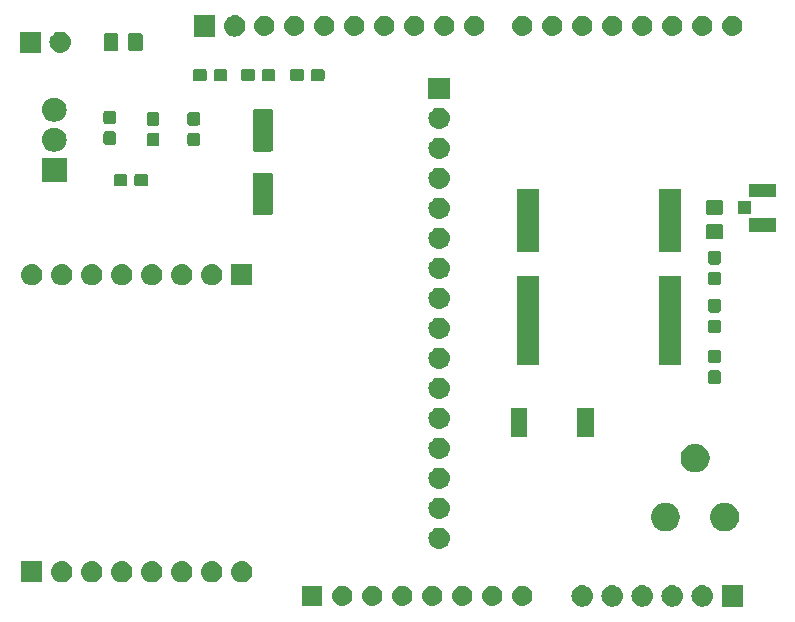
<source format=gbr>
G04 #@! TF.GenerationSoftware,KiCad,Pcbnew,(5.1.4)-1*
G04 #@! TF.CreationDate,2020-01-13T21:14:05+02:00*
G04 #@! TF.ProjectId,LORA,4c4f5241-2e6b-4696-9361-645f70636258,rev?*
G04 #@! TF.SameCoordinates,Original*
G04 #@! TF.FileFunction,Soldermask,Top*
G04 #@! TF.FilePolarity,Negative*
%FSLAX46Y46*%
G04 Gerber Fmt 4.6, Leading zero omitted, Abs format (unit mm)*
G04 Created by KiCad (PCBNEW (5.1.4)-1) date 2020-01-13 21:14:05*
%MOMM*%
%LPD*%
G04 APERTURE LIST*
%ADD10C,0.100000*%
G04 APERTURE END LIST*
D10*
G36*
X177304000Y-115353400D02*
G01*
X175502000Y-115353400D01*
X175502000Y-113551400D01*
X177304000Y-113551400D01*
X177304000Y-115353400D01*
X177304000Y-115353400D01*
G37*
G36*
X168893443Y-113557919D02*
G01*
X168959627Y-113564437D01*
X169129466Y-113615957D01*
X169129468Y-113615958D01*
X169207728Y-113657789D01*
X169285991Y-113699622D01*
X169321729Y-113728952D01*
X169423186Y-113812214D01*
X169506448Y-113913671D01*
X169535778Y-113949409D01*
X169535779Y-113949411D01*
X169616144Y-114099761D01*
X169619443Y-114105934D01*
X169670963Y-114275773D01*
X169688359Y-114452400D01*
X169670963Y-114629027D01*
X169619443Y-114798866D01*
X169535778Y-114955391D01*
X169506448Y-114991129D01*
X169423186Y-115092586D01*
X169321729Y-115175848D01*
X169285991Y-115205178D01*
X169285989Y-115205179D01*
X169172788Y-115265687D01*
X169129466Y-115288843D01*
X168959627Y-115340363D01*
X168893442Y-115346882D01*
X168827260Y-115353400D01*
X168738740Y-115353400D01*
X168672558Y-115346882D01*
X168606373Y-115340363D01*
X168436534Y-115288843D01*
X168393213Y-115265687D01*
X168280011Y-115205179D01*
X168280009Y-115205178D01*
X168244271Y-115175848D01*
X168142814Y-115092586D01*
X168059552Y-114991129D01*
X168030222Y-114955391D01*
X167946557Y-114798866D01*
X167895037Y-114629027D01*
X167877641Y-114452400D01*
X167895037Y-114275773D01*
X167946557Y-114105934D01*
X167949857Y-114099761D01*
X168030221Y-113949411D01*
X168030222Y-113949409D01*
X168059552Y-113913671D01*
X168142814Y-113812214D01*
X168244271Y-113728952D01*
X168280009Y-113699622D01*
X168358271Y-113657790D01*
X168436532Y-113615958D01*
X168436534Y-113615957D01*
X168606373Y-113564437D01*
X168672557Y-113557919D01*
X168738740Y-113551400D01*
X168827260Y-113551400D01*
X168893443Y-113557919D01*
X168893443Y-113557919D01*
G37*
G36*
X173973443Y-113557919D02*
G01*
X174039627Y-113564437D01*
X174209466Y-113615957D01*
X174209468Y-113615958D01*
X174287728Y-113657789D01*
X174365991Y-113699622D01*
X174401729Y-113728952D01*
X174503186Y-113812214D01*
X174586448Y-113913671D01*
X174615778Y-113949409D01*
X174615779Y-113949411D01*
X174696144Y-114099761D01*
X174699443Y-114105934D01*
X174750963Y-114275773D01*
X174768359Y-114452400D01*
X174750963Y-114629027D01*
X174699443Y-114798866D01*
X174615778Y-114955391D01*
X174586448Y-114991129D01*
X174503186Y-115092586D01*
X174401729Y-115175848D01*
X174365991Y-115205178D01*
X174365989Y-115205179D01*
X174252788Y-115265687D01*
X174209466Y-115288843D01*
X174039627Y-115340363D01*
X173973442Y-115346882D01*
X173907260Y-115353400D01*
X173818740Y-115353400D01*
X173752558Y-115346882D01*
X173686373Y-115340363D01*
X173516534Y-115288843D01*
X173473213Y-115265687D01*
X173360011Y-115205179D01*
X173360009Y-115205178D01*
X173324271Y-115175848D01*
X173222814Y-115092586D01*
X173139552Y-114991129D01*
X173110222Y-114955391D01*
X173026557Y-114798866D01*
X172975037Y-114629027D01*
X172957641Y-114452400D01*
X172975037Y-114275773D01*
X173026557Y-114105934D01*
X173029857Y-114099761D01*
X173110221Y-113949411D01*
X173110222Y-113949409D01*
X173139552Y-113913671D01*
X173222814Y-113812214D01*
X173324271Y-113728952D01*
X173360009Y-113699622D01*
X173438271Y-113657790D01*
X173516532Y-113615958D01*
X173516534Y-113615957D01*
X173686373Y-113564437D01*
X173752557Y-113557919D01*
X173818740Y-113551400D01*
X173907260Y-113551400D01*
X173973443Y-113557919D01*
X173973443Y-113557919D01*
G37*
G36*
X171433443Y-113557919D02*
G01*
X171499627Y-113564437D01*
X171669466Y-113615957D01*
X171669468Y-113615958D01*
X171747728Y-113657789D01*
X171825991Y-113699622D01*
X171861729Y-113728952D01*
X171963186Y-113812214D01*
X172046448Y-113913671D01*
X172075778Y-113949409D01*
X172075779Y-113949411D01*
X172156144Y-114099761D01*
X172159443Y-114105934D01*
X172210963Y-114275773D01*
X172228359Y-114452400D01*
X172210963Y-114629027D01*
X172159443Y-114798866D01*
X172075778Y-114955391D01*
X172046448Y-114991129D01*
X171963186Y-115092586D01*
X171861729Y-115175848D01*
X171825991Y-115205178D01*
X171825989Y-115205179D01*
X171712788Y-115265687D01*
X171669466Y-115288843D01*
X171499627Y-115340363D01*
X171433442Y-115346882D01*
X171367260Y-115353400D01*
X171278740Y-115353400D01*
X171212558Y-115346882D01*
X171146373Y-115340363D01*
X170976534Y-115288843D01*
X170933213Y-115265687D01*
X170820011Y-115205179D01*
X170820009Y-115205178D01*
X170784271Y-115175848D01*
X170682814Y-115092586D01*
X170599552Y-114991129D01*
X170570222Y-114955391D01*
X170486557Y-114798866D01*
X170435037Y-114629027D01*
X170417641Y-114452400D01*
X170435037Y-114275773D01*
X170486557Y-114105934D01*
X170489857Y-114099761D01*
X170570221Y-113949411D01*
X170570222Y-113949409D01*
X170599552Y-113913671D01*
X170682814Y-113812214D01*
X170784271Y-113728952D01*
X170820009Y-113699622D01*
X170898271Y-113657790D01*
X170976532Y-113615958D01*
X170976534Y-113615957D01*
X171146373Y-113564437D01*
X171212557Y-113557919D01*
X171278740Y-113551400D01*
X171367260Y-113551400D01*
X171433443Y-113557919D01*
X171433443Y-113557919D01*
G37*
G36*
X163813443Y-113557919D02*
G01*
X163879627Y-113564437D01*
X164049466Y-113615957D01*
X164049468Y-113615958D01*
X164127728Y-113657789D01*
X164205991Y-113699622D01*
X164241729Y-113728952D01*
X164343186Y-113812214D01*
X164426448Y-113913671D01*
X164455778Y-113949409D01*
X164455779Y-113949411D01*
X164536144Y-114099761D01*
X164539443Y-114105934D01*
X164590963Y-114275773D01*
X164608359Y-114452400D01*
X164590963Y-114629027D01*
X164539443Y-114798866D01*
X164455778Y-114955391D01*
X164426448Y-114991129D01*
X164343186Y-115092586D01*
X164241729Y-115175848D01*
X164205991Y-115205178D01*
X164205989Y-115205179D01*
X164092788Y-115265687D01*
X164049466Y-115288843D01*
X163879627Y-115340363D01*
X163813442Y-115346882D01*
X163747260Y-115353400D01*
X163658740Y-115353400D01*
X163592558Y-115346882D01*
X163526373Y-115340363D01*
X163356534Y-115288843D01*
X163313213Y-115265687D01*
X163200011Y-115205179D01*
X163200009Y-115205178D01*
X163164271Y-115175848D01*
X163062814Y-115092586D01*
X162979552Y-114991129D01*
X162950222Y-114955391D01*
X162866557Y-114798866D01*
X162815037Y-114629027D01*
X162797641Y-114452400D01*
X162815037Y-114275773D01*
X162866557Y-114105934D01*
X162869857Y-114099761D01*
X162950221Y-113949411D01*
X162950222Y-113949409D01*
X162979552Y-113913671D01*
X163062814Y-113812214D01*
X163164271Y-113728952D01*
X163200009Y-113699622D01*
X163278271Y-113657790D01*
X163356532Y-113615958D01*
X163356534Y-113615957D01*
X163526373Y-113564437D01*
X163592557Y-113557919D01*
X163658740Y-113551400D01*
X163747260Y-113551400D01*
X163813443Y-113557919D01*
X163813443Y-113557919D01*
G37*
G36*
X166353443Y-113557919D02*
G01*
X166419627Y-113564437D01*
X166589466Y-113615957D01*
X166589468Y-113615958D01*
X166667728Y-113657789D01*
X166745991Y-113699622D01*
X166781729Y-113728952D01*
X166883186Y-113812214D01*
X166966448Y-113913671D01*
X166995778Y-113949409D01*
X166995779Y-113949411D01*
X167076144Y-114099761D01*
X167079443Y-114105934D01*
X167130963Y-114275773D01*
X167148359Y-114452400D01*
X167130963Y-114629027D01*
X167079443Y-114798866D01*
X166995778Y-114955391D01*
X166966448Y-114991129D01*
X166883186Y-115092586D01*
X166781729Y-115175848D01*
X166745991Y-115205178D01*
X166745989Y-115205179D01*
X166632788Y-115265687D01*
X166589466Y-115288843D01*
X166419627Y-115340363D01*
X166353442Y-115346882D01*
X166287260Y-115353400D01*
X166198740Y-115353400D01*
X166132558Y-115346882D01*
X166066373Y-115340363D01*
X165896534Y-115288843D01*
X165853213Y-115265687D01*
X165740011Y-115205179D01*
X165740009Y-115205178D01*
X165704271Y-115175848D01*
X165602814Y-115092586D01*
X165519552Y-114991129D01*
X165490222Y-114955391D01*
X165406557Y-114798866D01*
X165355037Y-114629027D01*
X165337641Y-114452400D01*
X165355037Y-114275773D01*
X165406557Y-114105934D01*
X165409857Y-114099761D01*
X165490221Y-113949411D01*
X165490222Y-113949409D01*
X165519552Y-113913671D01*
X165602814Y-113812214D01*
X165704271Y-113728952D01*
X165740009Y-113699622D01*
X165818271Y-113657790D01*
X165896532Y-113615958D01*
X165896534Y-113615957D01*
X166066373Y-113564437D01*
X166132557Y-113557919D01*
X166198740Y-113551400D01*
X166287260Y-113551400D01*
X166353443Y-113557919D01*
X166353443Y-113557919D01*
G37*
G36*
X158789823Y-113588313D02*
G01*
X158950242Y-113636976D01*
X159067442Y-113699621D01*
X159098078Y-113715996D01*
X159227659Y-113822341D01*
X159334004Y-113951922D01*
X159334005Y-113951924D01*
X159413024Y-114099758D01*
X159413025Y-114099761D01*
X159422083Y-114129620D01*
X159461687Y-114260177D01*
X159478117Y-114427000D01*
X159461687Y-114593823D01*
X159413024Y-114754242D01*
X159342114Y-114886906D01*
X159334004Y-114902078D01*
X159227659Y-115031659D01*
X159098078Y-115138004D01*
X159098076Y-115138005D01*
X158950242Y-115217024D01*
X158789823Y-115265687D01*
X158664804Y-115278000D01*
X158581196Y-115278000D01*
X158456177Y-115265687D01*
X158295758Y-115217024D01*
X158147924Y-115138005D01*
X158147922Y-115138004D01*
X158018341Y-115031659D01*
X157911996Y-114902078D01*
X157903886Y-114886906D01*
X157832976Y-114754242D01*
X157784313Y-114593823D01*
X157767883Y-114427000D01*
X157784313Y-114260177D01*
X157823917Y-114129620D01*
X157832975Y-114099761D01*
X157832976Y-114099758D01*
X157911995Y-113951924D01*
X157911996Y-113951922D01*
X158018341Y-113822341D01*
X158147922Y-113715996D01*
X158178558Y-113699621D01*
X158295758Y-113636976D01*
X158456177Y-113588313D01*
X158581196Y-113576000D01*
X158664804Y-113576000D01*
X158789823Y-113588313D01*
X158789823Y-113588313D01*
G37*
G36*
X153709823Y-113588313D02*
G01*
X153870242Y-113636976D01*
X153987442Y-113699621D01*
X154018078Y-113715996D01*
X154147659Y-113822341D01*
X154254004Y-113951922D01*
X154254005Y-113951924D01*
X154333024Y-114099758D01*
X154333025Y-114099761D01*
X154342083Y-114129620D01*
X154381687Y-114260177D01*
X154398117Y-114427000D01*
X154381687Y-114593823D01*
X154333024Y-114754242D01*
X154262114Y-114886906D01*
X154254004Y-114902078D01*
X154147659Y-115031659D01*
X154018078Y-115138004D01*
X154018076Y-115138005D01*
X153870242Y-115217024D01*
X153709823Y-115265687D01*
X153584804Y-115278000D01*
X153501196Y-115278000D01*
X153376177Y-115265687D01*
X153215758Y-115217024D01*
X153067924Y-115138005D01*
X153067922Y-115138004D01*
X152938341Y-115031659D01*
X152831996Y-114902078D01*
X152823886Y-114886906D01*
X152752976Y-114754242D01*
X152704313Y-114593823D01*
X152687883Y-114427000D01*
X152704313Y-114260177D01*
X152743917Y-114129620D01*
X152752975Y-114099761D01*
X152752976Y-114099758D01*
X152831995Y-113951924D01*
X152831996Y-113951922D01*
X152938341Y-113822341D01*
X153067922Y-113715996D01*
X153098558Y-113699621D01*
X153215758Y-113636976D01*
X153376177Y-113588313D01*
X153501196Y-113576000D01*
X153584804Y-113576000D01*
X153709823Y-113588313D01*
X153709823Y-113588313D01*
G37*
G36*
X151169823Y-113588313D02*
G01*
X151330242Y-113636976D01*
X151447442Y-113699621D01*
X151478078Y-113715996D01*
X151607659Y-113822341D01*
X151714004Y-113951922D01*
X151714005Y-113951924D01*
X151793024Y-114099758D01*
X151793025Y-114099761D01*
X151802083Y-114129620D01*
X151841687Y-114260177D01*
X151858117Y-114427000D01*
X151841687Y-114593823D01*
X151793024Y-114754242D01*
X151722114Y-114886906D01*
X151714004Y-114902078D01*
X151607659Y-115031659D01*
X151478078Y-115138004D01*
X151478076Y-115138005D01*
X151330242Y-115217024D01*
X151169823Y-115265687D01*
X151044804Y-115278000D01*
X150961196Y-115278000D01*
X150836177Y-115265687D01*
X150675758Y-115217024D01*
X150527924Y-115138005D01*
X150527922Y-115138004D01*
X150398341Y-115031659D01*
X150291996Y-114902078D01*
X150283886Y-114886906D01*
X150212976Y-114754242D01*
X150164313Y-114593823D01*
X150147883Y-114427000D01*
X150164313Y-114260177D01*
X150203917Y-114129620D01*
X150212975Y-114099761D01*
X150212976Y-114099758D01*
X150291995Y-113951924D01*
X150291996Y-113951922D01*
X150398341Y-113822341D01*
X150527922Y-113715996D01*
X150558558Y-113699621D01*
X150675758Y-113636976D01*
X150836177Y-113588313D01*
X150961196Y-113576000D01*
X151044804Y-113576000D01*
X151169823Y-113588313D01*
X151169823Y-113588313D01*
G37*
G36*
X148629823Y-113588313D02*
G01*
X148790242Y-113636976D01*
X148907442Y-113699621D01*
X148938078Y-113715996D01*
X149067659Y-113822341D01*
X149174004Y-113951922D01*
X149174005Y-113951924D01*
X149253024Y-114099758D01*
X149253025Y-114099761D01*
X149262083Y-114129620D01*
X149301687Y-114260177D01*
X149318117Y-114427000D01*
X149301687Y-114593823D01*
X149253024Y-114754242D01*
X149182114Y-114886906D01*
X149174004Y-114902078D01*
X149067659Y-115031659D01*
X148938078Y-115138004D01*
X148938076Y-115138005D01*
X148790242Y-115217024D01*
X148629823Y-115265687D01*
X148504804Y-115278000D01*
X148421196Y-115278000D01*
X148296177Y-115265687D01*
X148135758Y-115217024D01*
X147987924Y-115138005D01*
X147987922Y-115138004D01*
X147858341Y-115031659D01*
X147751996Y-114902078D01*
X147743886Y-114886906D01*
X147672976Y-114754242D01*
X147624313Y-114593823D01*
X147607883Y-114427000D01*
X147624313Y-114260177D01*
X147663917Y-114129620D01*
X147672975Y-114099761D01*
X147672976Y-114099758D01*
X147751995Y-113951924D01*
X147751996Y-113951922D01*
X147858341Y-113822341D01*
X147987922Y-113715996D01*
X148018558Y-113699621D01*
X148135758Y-113636976D01*
X148296177Y-113588313D01*
X148421196Y-113576000D01*
X148504804Y-113576000D01*
X148629823Y-113588313D01*
X148629823Y-113588313D01*
G37*
G36*
X146089823Y-113588313D02*
G01*
X146250242Y-113636976D01*
X146367442Y-113699621D01*
X146398078Y-113715996D01*
X146527659Y-113822341D01*
X146634004Y-113951922D01*
X146634005Y-113951924D01*
X146713024Y-114099758D01*
X146713025Y-114099761D01*
X146722083Y-114129620D01*
X146761687Y-114260177D01*
X146778117Y-114427000D01*
X146761687Y-114593823D01*
X146713024Y-114754242D01*
X146642114Y-114886906D01*
X146634004Y-114902078D01*
X146527659Y-115031659D01*
X146398078Y-115138004D01*
X146398076Y-115138005D01*
X146250242Y-115217024D01*
X146089823Y-115265687D01*
X145964804Y-115278000D01*
X145881196Y-115278000D01*
X145756177Y-115265687D01*
X145595758Y-115217024D01*
X145447924Y-115138005D01*
X145447922Y-115138004D01*
X145318341Y-115031659D01*
X145211996Y-114902078D01*
X145203886Y-114886906D01*
X145132976Y-114754242D01*
X145084313Y-114593823D01*
X145067883Y-114427000D01*
X145084313Y-114260177D01*
X145123917Y-114129620D01*
X145132975Y-114099761D01*
X145132976Y-114099758D01*
X145211995Y-113951924D01*
X145211996Y-113951922D01*
X145318341Y-113822341D01*
X145447922Y-113715996D01*
X145478558Y-113699621D01*
X145595758Y-113636976D01*
X145756177Y-113588313D01*
X145881196Y-113576000D01*
X145964804Y-113576000D01*
X146089823Y-113588313D01*
X146089823Y-113588313D01*
G37*
G36*
X143549823Y-113588313D02*
G01*
X143710242Y-113636976D01*
X143827442Y-113699621D01*
X143858078Y-113715996D01*
X143987659Y-113822341D01*
X144094004Y-113951922D01*
X144094005Y-113951924D01*
X144173024Y-114099758D01*
X144173025Y-114099761D01*
X144182083Y-114129620D01*
X144221687Y-114260177D01*
X144238117Y-114427000D01*
X144221687Y-114593823D01*
X144173024Y-114754242D01*
X144102114Y-114886906D01*
X144094004Y-114902078D01*
X143987659Y-115031659D01*
X143858078Y-115138004D01*
X143858076Y-115138005D01*
X143710242Y-115217024D01*
X143549823Y-115265687D01*
X143424804Y-115278000D01*
X143341196Y-115278000D01*
X143216177Y-115265687D01*
X143055758Y-115217024D01*
X142907924Y-115138005D01*
X142907922Y-115138004D01*
X142778341Y-115031659D01*
X142671996Y-114902078D01*
X142663886Y-114886906D01*
X142592976Y-114754242D01*
X142544313Y-114593823D01*
X142527883Y-114427000D01*
X142544313Y-114260177D01*
X142583917Y-114129620D01*
X142592975Y-114099761D01*
X142592976Y-114099758D01*
X142671995Y-113951924D01*
X142671996Y-113951922D01*
X142778341Y-113822341D01*
X142907922Y-113715996D01*
X142938558Y-113699621D01*
X143055758Y-113636976D01*
X143216177Y-113588313D01*
X143341196Y-113576000D01*
X143424804Y-113576000D01*
X143549823Y-113588313D01*
X143549823Y-113588313D01*
G37*
G36*
X141694000Y-115278000D02*
G01*
X139992000Y-115278000D01*
X139992000Y-113576000D01*
X141694000Y-113576000D01*
X141694000Y-115278000D01*
X141694000Y-115278000D01*
G37*
G36*
X156249823Y-113588313D02*
G01*
X156410242Y-113636976D01*
X156527442Y-113699621D01*
X156558078Y-113715996D01*
X156687659Y-113822341D01*
X156794004Y-113951922D01*
X156794005Y-113951924D01*
X156873024Y-114099758D01*
X156873025Y-114099761D01*
X156882083Y-114129620D01*
X156921687Y-114260177D01*
X156938117Y-114427000D01*
X156921687Y-114593823D01*
X156873024Y-114754242D01*
X156802114Y-114886906D01*
X156794004Y-114902078D01*
X156687659Y-115031659D01*
X156558078Y-115138004D01*
X156558076Y-115138005D01*
X156410242Y-115217024D01*
X156249823Y-115265687D01*
X156124804Y-115278000D01*
X156041196Y-115278000D01*
X155916177Y-115265687D01*
X155755758Y-115217024D01*
X155607924Y-115138005D01*
X155607922Y-115138004D01*
X155478341Y-115031659D01*
X155371996Y-114902078D01*
X155363886Y-114886906D01*
X155292976Y-114754242D01*
X155244313Y-114593823D01*
X155227883Y-114427000D01*
X155244313Y-114260177D01*
X155283917Y-114129620D01*
X155292975Y-114099761D01*
X155292976Y-114099758D01*
X155371995Y-113951924D01*
X155371996Y-113951922D01*
X155478341Y-113822341D01*
X155607922Y-113715996D01*
X155638558Y-113699621D01*
X155755758Y-113636976D01*
X155916177Y-113588313D01*
X156041196Y-113576000D01*
X156124804Y-113576000D01*
X156249823Y-113588313D01*
X156249823Y-113588313D01*
G37*
G36*
X129904443Y-111500519D02*
G01*
X129970627Y-111507037D01*
X130140466Y-111558557D01*
X130296991Y-111642222D01*
X130332729Y-111671552D01*
X130434186Y-111754814D01*
X130517448Y-111856271D01*
X130546778Y-111892009D01*
X130630443Y-112048534D01*
X130681963Y-112218373D01*
X130699359Y-112395000D01*
X130681963Y-112571627D01*
X130630443Y-112741466D01*
X130546778Y-112897991D01*
X130517448Y-112933729D01*
X130434186Y-113035186D01*
X130332729Y-113118448D01*
X130296991Y-113147778D01*
X130140466Y-113231443D01*
X129970627Y-113282963D01*
X129904443Y-113289481D01*
X129838260Y-113296000D01*
X129749740Y-113296000D01*
X129683557Y-113289481D01*
X129617373Y-113282963D01*
X129447534Y-113231443D01*
X129291009Y-113147778D01*
X129255271Y-113118448D01*
X129153814Y-113035186D01*
X129070552Y-112933729D01*
X129041222Y-112897991D01*
X128957557Y-112741466D01*
X128906037Y-112571627D01*
X128888641Y-112395000D01*
X128906037Y-112218373D01*
X128957557Y-112048534D01*
X129041222Y-111892009D01*
X129070552Y-111856271D01*
X129153814Y-111754814D01*
X129255271Y-111671552D01*
X129291009Y-111642222D01*
X129447534Y-111558557D01*
X129617373Y-111507037D01*
X129683557Y-111500519D01*
X129749740Y-111494000D01*
X129838260Y-111494000D01*
X129904443Y-111500519D01*
X129904443Y-111500519D01*
G37*
G36*
X122284443Y-111500519D02*
G01*
X122350627Y-111507037D01*
X122520466Y-111558557D01*
X122676991Y-111642222D01*
X122712729Y-111671552D01*
X122814186Y-111754814D01*
X122897448Y-111856271D01*
X122926778Y-111892009D01*
X123010443Y-112048534D01*
X123061963Y-112218373D01*
X123079359Y-112395000D01*
X123061963Y-112571627D01*
X123010443Y-112741466D01*
X122926778Y-112897991D01*
X122897448Y-112933729D01*
X122814186Y-113035186D01*
X122712729Y-113118448D01*
X122676991Y-113147778D01*
X122520466Y-113231443D01*
X122350627Y-113282963D01*
X122284443Y-113289481D01*
X122218260Y-113296000D01*
X122129740Y-113296000D01*
X122063557Y-113289481D01*
X121997373Y-113282963D01*
X121827534Y-113231443D01*
X121671009Y-113147778D01*
X121635271Y-113118448D01*
X121533814Y-113035186D01*
X121450552Y-112933729D01*
X121421222Y-112897991D01*
X121337557Y-112741466D01*
X121286037Y-112571627D01*
X121268641Y-112395000D01*
X121286037Y-112218373D01*
X121337557Y-112048534D01*
X121421222Y-111892009D01*
X121450552Y-111856271D01*
X121533814Y-111754814D01*
X121635271Y-111671552D01*
X121671009Y-111642222D01*
X121827534Y-111558557D01*
X121997373Y-111507037D01*
X122063557Y-111500519D01*
X122129740Y-111494000D01*
X122218260Y-111494000D01*
X122284443Y-111500519D01*
X122284443Y-111500519D01*
G37*
G36*
X124824443Y-111500519D02*
G01*
X124890627Y-111507037D01*
X125060466Y-111558557D01*
X125216991Y-111642222D01*
X125252729Y-111671552D01*
X125354186Y-111754814D01*
X125437448Y-111856271D01*
X125466778Y-111892009D01*
X125550443Y-112048534D01*
X125601963Y-112218373D01*
X125619359Y-112395000D01*
X125601963Y-112571627D01*
X125550443Y-112741466D01*
X125466778Y-112897991D01*
X125437448Y-112933729D01*
X125354186Y-113035186D01*
X125252729Y-113118448D01*
X125216991Y-113147778D01*
X125060466Y-113231443D01*
X124890627Y-113282963D01*
X124824443Y-113289481D01*
X124758260Y-113296000D01*
X124669740Y-113296000D01*
X124603557Y-113289481D01*
X124537373Y-113282963D01*
X124367534Y-113231443D01*
X124211009Y-113147778D01*
X124175271Y-113118448D01*
X124073814Y-113035186D01*
X123990552Y-112933729D01*
X123961222Y-112897991D01*
X123877557Y-112741466D01*
X123826037Y-112571627D01*
X123808641Y-112395000D01*
X123826037Y-112218373D01*
X123877557Y-112048534D01*
X123961222Y-111892009D01*
X123990552Y-111856271D01*
X124073814Y-111754814D01*
X124175271Y-111671552D01*
X124211009Y-111642222D01*
X124367534Y-111558557D01*
X124537373Y-111507037D01*
X124603557Y-111500519D01*
X124669740Y-111494000D01*
X124758260Y-111494000D01*
X124824443Y-111500519D01*
X124824443Y-111500519D01*
G37*
G36*
X127364443Y-111500519D02*
G01*
X127430627Y-111507037D01*
X127600466Y-111558557D01*
X127756991Y-111642222D01*
X127792729Y-111671552D01*
X127894186Y-111754814D01*
X127977448Y-111856271D01*
X128006778Y-111892009D01*
X128090443Y-112048534D01*
X128141963Y-112218373D01*
X128159359Y-112395000D01*
X128141963Y-112571627D01*
X128090443Y-112741466D01*
X128006778Y-112897991D01*
X127977448Y-112933729D01*
X127894186Y-113035186D01*
X127792729Y-113118448D01*
X127756991Y-113147778D01*
X127600466Y-113231443D01*
X127430627Y-113282963D01*
X127364443Y-113289481D01*
X127298260Y-113296000D01*
X127209740Y-113296000D01*
X127143557Y-113289481D01*
X127077373Y-113282963D01*
X126907534Y-113231443D01*
X126751009Y-113147778D01*
X126715271Y-113118448D01*
X126613814Y-113035186D01*
X126530552Y-112933729D01*
X126501222Y-112897991D01*
X126417557Y-112741466D01*
X126366037Y-112571627D01*
X126348641Y-112395000D01*
X126366037Y-112218373D01*
X126417557Y-112048534D01*
X126501222Y-111892009D01*
X126530552Y-111856271D01*
X126613814Y-111754814D01*
X126715271Y-111671552D01*
X126751009Y-111642222D01*
X126907534Y-111558557D01*
X127077373Y-111507037D01*
X127143557Y-111500519D01*
X127209740Y-111494000D01*
X127298260Y-111494000D01*
X127364443Y-111500519D01*
X127364443Y-111500519D01*
G37*
G36*
X132444443Y-111500519D02*
G01*
X132510627Y-111507037D01*
X132680466Y-111558557D01*
X132836991Y-111642222D01*
X132872729Y-111671552D01*
X132974186Y-111754814D01*
X133057448Y-111856271D01*
X133086778Y-111892009D01*
X133170443Y-112048534D01*
X133221963Y-112218373D01*
X133239359Y-112395000D01*
X133221963Y-112571627D01*
X133170443Y-112741466D01*
X133086778Y-112897991D01*
X133057448Y-112933729D01*
X132974186Y-113035186D01*
X132872729Y-113118448D01*
X132836991Y-113147778D01*
X132680466Y-113231443D01*
X132510627Y-113282963D01*
X132444443Y-113289481D01*
X132378260Y-113296000D01*
X132289740Y-113296000D01*
X132223557Y-113289481D01*
X132157373Y-113282963D01*
X131987534Y-113231443D01*
X131831009Y-113147778D01*
X131795271Y-113118448D01*
X131693814Y-113035186D01*
X131610552Y-112933729D01*
X131581222Y-112897991D01*
X131497557Y-112741466D01*
X131446037Y-112571627D01*
X131428641Y-112395000D01*
X131446037Y-112218373D01*
X131497557Y-112048534D01*
X131581222Y-111892009D01*
X131610552Y-111856271D01*
X131693814Y-111754814D01*
X131795271Y-111671552D01*
X131831009Y-111642222D01*
X131987534Y-111558557D01*
X132157373Y-111507037D01*
X132223557Y-111500519D01*
X132289740Y-111494000D01*
X132378260Y-111494000D01*
X132444443Y-111500519D01*
X132444443Y-111500519D01*
G37*
G36*
X134984443Y-111500519D02*
G01*
X135050627Y-111507037D01*
X135220466Y-111558557D01*
X135376991Y-111642222D01*
X135412729Y-111671552D01*
X135514186Y-111754814D01*
X135597448Y-111856271D01*
X135626778Y-111892009D01*
X135710443Y-112048534D01*
X135761963Y-112218373D01*
X135779359Y-112395000D01*
X135761963Y-112571627D01*
X135710443Y-112741466D01*
X135626778Y-112897991D01*
X135597448Y-112933729D01*
X135514186Y-113035186D01*
X135412729Y-113118448D01*
X135376991Y-113147778D01*
X135220466Y-113231443D01*
X135050627Y-113282963D01*
X134984443Y-113289481D01*
X134918260Y-113296000D01*
X134829740Y-113296000D01*
X134763557Y-113289481D01*
X134697373Y-113282963D01*
X134527534Y-113231443D01*
X134371009Y-113147778D01*
X134335271Y-113118448D01*
X134233814Y-113035186D01*
X134150552Y-112933729D01*
X134121222Y-112897991D01*
X134037557Y-112741466D01*
X133986037Y-112571627D01*
X133968641Y-112395000D01*
X133986037Y-112218373D01*
X134037557Y-112048534D01*
X134121222Y-111892009D01*
X134150552Y-111856271D01*
X134233814Y-111754814D01*
X134335271Y-111671552D01*
X134371009Y-111642222D01*
X134527534Y-111558557D01*
X134697373Y-111507037D01*
X134763557Y-111500519D01*
X134829740Y-111494000D01*
X134918260Y-111494000D01*
X134984443Y-111500519D01*
X134984443Y-111500519D01*
G37*
G36*
X119744443Y-111500519D02*
G01*
X119810627Y-111507037D01*
X119980466Y-111558557D01*
X120136991Y-111642222D01*
X120172729Y-111671552D01*
X120274186Y-111754814D01*
X120357448Y-111856271D01*
X120386778Y-111892009D01*
X120470443Y-112048534D01*
X120521963Y-112218373D01*
X120539359Y-112395000D01*
X120521963Y-112571627D01*
X120470443Y-112741466D01*
X120386778Y-112897991D01*
X120357448Y-112933729D01*
X120274186Y-113035186D01*
X120172729Y-113118448D01*
X120136991Y-113147778D01*
X119980466Y-113231443D01*
X119810627Y-113282963D01*
X119744443Y-113289481D01*
X119678260Y-113296000D01*
X119589740Y-113296000D01*
X119523557Y-113289481D01*
X119457373Y-113282963D01*
X119287534Y-113231443D01*
X119131009Y-113147778D01*
X119095271Y-113118448D01*
X118993814Y-113035186D01*
X118910552Y-112933729D01*
X118881222Y-112897991D01*
X118797557Y-112741466D01*
X118746037Y-112571627D01*
X118728641Y-112395000D01*
X118746037Y-112218373D01*
X118797557Y-112048534D01*
X118881222Y-111892009D01*
X118910552Y-111856271D01*
X118993814Y-111754814D01*
X119095271Y-111671552D01*
X119131009Y-111642222D01*
X119287534Y-111558557D01*
X119457373Y-111507037D01*
X119523557Y-111500519D01*
X119589740Y-111494000D01*
X119678260Y-111494000D01*
X119744443Y-111500519D01*
X119744443Y-111500519D01*
G37*
G36*
X117995000Y-113296000D02*
G01*
X116193000Y-113296000D01*
X116193000Y-111494000D01*
X117995000Y-111494000D01*
X117995000Y-113296000D01*
X117995000Y-113296000D01*
G37*
G36*
X151697642Y-108681118D02*
G01*
X151763827Y-108687637D01*
X151933666Y-108739157D01*
X152090191Y-108822822D01*
X152125929Y-108852152D01*
X152227386Y-108935414D01*
X152310648Y-109036871D01*
X152339978Y-109072609D01*
X152423643Y-109229134D01*
X152475163Y-109398973D01*
X152492559Y-109575600D01*
X152475163Y-109752227D01*
X152423643Y-109922066D01*
X152339978Y-110078591D01*
X152310648Y-110114329D01*
X152227386Y-110215786D01*
X152125929Y-110299048D01*
X152090191Y-110328378D01*
X151933666Y-110412043D01*
X151763827Y-110463563D01*
X151697642Y-110470082D01*
X151631460Y-110476600D01*
X151542940Y-110476600D01*
X151476758Y-110470082D01*
X151410573Y-110463563D01*
X151240734Y-110412043D01*
X151084209Y-110328378D01*
X151048471Y-110299048D01*
X150947014Y-110215786D01*
X150863752Y-110114329D01*
X150834422Y-110078591D01*
X150750757Y-109922066D01*
X150699237Y-109752227D01*
X150681841Y-109575600D01*
X150699237Y-109398973D01*
X150750757Y-109229134D01*
X150834422Y-109072609D01*
X150863752Y-109036871D01*
X150947014Y-108935414D01*
X151048471Y-108852152D01*
X151084209Y-108822822D01*
X151240734Y-108739157D01*
X151410573Y-108687637D01*
X151476758Y-108681118D01*
X151542940Y-108674600D01*
X151631460Y-108674600D01*
X151697642Y-108681118D01*
X151697642Y-108681118D01*
G37*
G36*
X171002405Y-106574661D02*
G01*
X171120353Y-106598122D01*
X171212394Y-106636247D01*
X171342559Y-106690163D01*
X171542542Y-106823787D01*
X171712613Y-106993858D01*
X171846237Y-107193841D01*
X171938278Y-107416048D01*
X171985200Y-107651941D01*
X171985200Y-107892459D01*
X171938278Y-108128352D01*
X171846237Y-108350559D01*
X171712613Y-108550542D01*
X171542542Y-108720613D01*
X171342559Y-108854237D01*
X171212394Y-108908153D01*
X171120353Y-108946278D01*
X170884459Y-108993200D01*
X170643941Y-108993200D01*
X170408047Y-108946278D01*
X170316006Y-108908153D01*
X170185841Y-108854237D01*
X169985858Y-108720613D01*
X169815787Y-108550542D01*
X169682163Y-108350559D01*
X169590122Y-108128352D01*
X169543200Y-107892459D01*
X169543200Y-107651941D01*
X169590122Y-107416048D01*
X169682163Y-107193841D01*
X169815787Y-106993858D01*
X169985858Y-106823787D01*
X170185841Y-106690163D01*
X170316006Y-106636247D01*
X170408047Y-106598122D01*
X170643941Y-106551200D01*
X170884459Y-106551200D01*
X171002405Y-106574661D01*
X171002405Y-106574661D01*
G37*
G36*
X176002405Y-106574661D02*
G01*
X176120353Y-106598122D01*
X176212394Y-106636247D01*
X176342559Y-106690163D01*
X176542542Y-106823787D01*
X176712613Y-106993858D01*
X176846237Y-107193841D01*
X176938278Y-107416048D01*
X176985200Y-107651941D01*
X176985200Y-107892459D01*
X176938278Y-108128352D01*
X176846237Y-108350559D01*
X176712613Y-108550542D01*
X176542542Y-108720613D01*
X176342559Y-108854237D01*
X176212394Y-108908153D01*
X176120353Y-108946278D01*
X175884459Y-108993200D01*
X175643941Y-108993200D01*
X175408047Y-108946278D01*
X175316006Y-108908153D01*
X175185841Y-108854237D01*
X174985858Y-108720613D01*
X174815787Y-108550542D01*
X174682163Y-108350559D01*
X174590122Y-108128352D01*
X174543200Y-107892459D01*
X174543200Y-107651941D01*
X174590122Y-107416048D01*
X174682163Y-107193841D01*
X174815787Y-106993858D01*
X174985858Y-106823787D01*
X175185841Y-106690163D01*
X175316006Y-106636247D01*
X175408047Y-106598122D01*
X175643941Y-106551200D01*
X175884459Y-106551200D01*
X176002405Y-106574661D01*
X176002405Y-106574661D01*
G37*
G36*
X151697642Y-106141118D02*
G01*
X151763827Y-106147637D01*
X151933666Y-106199157D01*
X152090191Y-106282822D01*
X152125929Y-106312152D01*
X152227386Y-106395414D01*
X152310648Y-106496871D01*
X152339978Y-106532609D01*
X152423643Y-106689134D01*
X152475163Y-106858973D01*
X152492559Y-107035600D01*
X152475163Y-107212227D01*
X152423643Y-107382066D01*
X152339978Y-107538591D01*
X152310648Y-107574329D01*
X152227386Y-107675786D01*
X152125929Y-107759048D01*
X152090191Y-107788378D01*
X151933666Y-107872043D01*
X151763827Y-107923563D01*
X151697642Y-107930082D01*
X151631460Y-107936600D01*
X151542940Y-107936600D01*
X151476758Y-107930082D01*
X151410573Y-107923563D01*
X151240734Y-107872043D01*
X151084209Y-107788378D01*
X151048471Y-107759048D01*
X150947014Y-107675786D01*
X150863752Y-107574329D01*
X150834422Y-107538591D01*
X150750757Y-107382066D01*
X150699237Y-107212227D01*
X150681841Y-107035600D01*
X150699237Y-106858973D01*
X150750757Y-106689134D01*
X150834422Y-106532609D01*
X150863752Y-106496871D01*
X150947014Y-106395414D01*
X151048471Y-106312152D01*
X151084209Y-106282822D01*
X151240734Y-106199157D01*
X151410573Y-106147637D01*
X151476758Y-106141118D01*
X151542940Y-106134600D01*
X151631460Y-106134600D01*
X151697642Y-106141118D01*
X151697642Y-106141118D01*
G37*
G36*
X151697643Y-103601119D02*
G01*
X151763827Y-103607637D01*
X151933666Y-103659157D01*
X152090191Y-103742822D01*
X152125929Y-103772152D01*
X152227386Y-103855414D01*
X152301955Y-103946278D01*
X152339978Y-103992609D01*
X152423643Y-104149134D01*
X152475163Y-104318973D01*
X152492559Y-104495600D01*
X152475163Y-104672227D01*
X152423643Y-104842066D01*
X152339978Y-104998591D01*
X152310648Y-105034329D01*
X152227386Y-105135786D01*
X152125929Y-105219048D01*
X152090191Y-105248378D01*
X151933666Y-105332043D01*
X151763827Y-105383563D01*
X151697643Y-105390081D01*
X151631460Y-105396600D01*
X151542940Y-105396600D01*
X151476757Y-105390081D01*
X151410573Y-105383563D01*
X151240734Y-105332043D01*
X151084209Y-105248378D01*
X151048471Y-105219048D01*
X150947014Y-105135786D01*
X150863752Y-105034329D01*
X150834422Y-104998591D01*
X150750757Y-104842066D01*
X150699237Y-104672227D01*
X150681841Y-104495600D01*
X150699237Y-104318973D01*
X150750757Y-104149134D01*
X150834422Y-103992609D01*
X150872445Y-103946278D01*
X150947014Y-103855414D01*
X151048471Y-103772152D01*
X151084209Y-103742822D01*
X151240734Y-103659157D01*
X151410573Y-103607637D01*
X151476757Y-103601119D01*
X151542940Y-103594600D01*
X151631460Y-103594600D01*
X151697643Y-103601119D01*
X151697643Y-103601119D01*
G37*
G36*
X173502405Y-101574661D02*
G01*
X173620353Y-101598122D01*
X173712394Y-101636247D01*
X173842559Y-101690163D01*
X174042542Y-101823787D01*
X174212613Y-101993858D01*
X174346237Y-102193841D01*
X174438278Y-102416048D01*
X174485200Y-102651941D01*
X174485200Y-102892459D01*
X174438278Y-103128352D01*
X174346237Y-103350559D01*
X174212613Y-103550542D01*
X174042542Y-103720613D01*
X173842559Y-103854237D01*
X173712394Y-103908153D01*
X173620353Y-103946278D01*
X173384459Y-103993200D01*
X173143941Y-103993200D01*
X173025995Y-103969739D01*
X172908047Y-103946278D01*
X172816006Y-103908153D01*
X172685841Y-103854237D01*
X172485858Y-103720613D01*
X172315787Y-103550542D01*
X172182163Y-103350559D01*
X172090122Y-103128352D01*
X172043200Y-102892459D01*
X172043200Y-102651941D01*
X172090122Y-102416048D01*
X172182163Y-102193841D01*
X172315787Y-101993858D01*
X172485858Y-101823787D01*
X172685841Y-101690163D01*
X172816006Y-101636247D01*
X172908047Y-101598122D01*
X173025995Y-101574661D01*
X173143941Y-101551200D01*
X173384459Y-101551200D01*
X173502405Y-101574661D01*
X173502405Y-101574661D01*
G37*
G36*
X151697642Y-101061118D02*
G01*
X151763827Y-101067637D01*
X151933666Y-101119157D01*
X152090191Y-101202822D01*
X152125929Y-101232152D01*
X152227386Y-101315414D01*
X152310648Y-101416871D01*
X152339978Y-101452609D01*
X152423643Y-101609134D01*
X152475163Y-101778973D01*
X152492559Y-101955600D01*
X152475163Y-102132227D01*
X152423643Y-102302066D01*
X152339978Y-102458591D01*
X152310648Y-102494329D01*
X152227386Y-102595786D01*
X152125929Y-102679048D01*
X152090191Y-102708378D01*
X151933666Y-102792043D01*
X151763827Y-102843563D01*
X151697643Y-102850081D01*
X151631460Y-102856600D01*
X151542940Y-102856600D01*
X151476758Y-102850082D01*
X151410573Y-102843563D01*
X151240734Y-102792043D01*
X151084209Y-102708378D01*
X151048471Y-102679048D01*
X150947014Y-102595786D01*
X150863752Y-102494329D01*
X150834422Y-102458591D01*
X150750757Y-102302066D01*
X150699237Y-102132227D01*
X150681841Y-101955600D01*
X150699237Y-101778973D01*
X150750757Y-101609134D01*
X150834422Y-101452609D01*
X150863752Y-101416871D01*
X150947014Y-101315414D01*
X151048471Y-101232152D01*
X151084209Y-101202822D01*
X151240734Y-101119157D01*
X151410573Y-101067637D01*
X151476758Y-101061118D01*
X151542940Y-101054600D01*
X151631460Y-101054600D01*
X151697642Y-101061118D01*
X151697642Y-101061118D01*
G37*
G36*
X164679000Y-100992200D02*
G01*
X163287000Y-100992200D01*
X163287000Y-98550200D01*
X164679000Y-98550200D01*
X164679000Y-100992200D01*
X164679000Y-100992200D01*
G37*
G36*
X159039000Y-100992200D02*
G01*
X157647000Y-100992200D01*
X157647000Y-98550200D01*
X159039000Y-98550200D01*
X159039000Y-100992200D01*
X159039000Y-100992200D01*
G37*
G36*
X151697642Y-98521118D02*
G01*
X151763827Y-98527637D01*
X151933666Y-98579157D01*
X152090191Y-98662822D01*
X152125929Y-98692152D01*
X152227386Y-98775414D01*
X152310648Y-98876871D01*
X152339978Y-98912609D01*
X152423643Y-99069134D01*
X152475163Y-99238973D01*
X152492559Y-99415600D01*
X152475163Y-99592227D01*
X152423643Y-99762066D01*
X152339978Y-99918591D01*
X152310648Y-99954329D01*
X152227386Y-100055786D01*
X152125929Y-100139048D01*
X152090191Y-100168378D01*
X151933666Y-100252043D01*
X151763827Y-100303563D01*
X151697642Y-100310082D01*
X151631460Y-100316600D01*
X151542940Y-100316600D01*
X151476758Y-100310082D01*
X151410573Y-100303563D01*
X151240734Y-100252043D01*
X151084209Y-100168378D01*
X151048471Y-100139048D01*
X150947014Y-100055786D01*
X150863752Y-99954329D01*
X150834422Y-99918591D01*
X150750757Y-99762066D01*
X150699237Y-99592227D01*
X150681841Y-99415600D01*
X150699237Y-99238973D01*
X150750757Y-99069134D01*
X150834422Y-98912609D01*
X150863752Y-98876871D01*
X150947014Y-98775414D01*
X151048471Y-98692152D01*
X151084209Y-98662822D01*
X151240734Y-98579157D01*
X151410573Y-98527637D01*
X151476758Y-98521118D01*
X151542940Y-98514600D01*
X151631460Y-98514600D01*
X151697642Y-98521118D01*
X151697642Y-98521118D01*
G37*
G36*
X151697642Y-95981118D02*
G01*
X151763827Y-95987637D01*
X151933666Y-96039157D01*
X152090191Y-96122822D01*
X152125929Y-96152152D01*
X152227386Y-96235414D01*
X152278345Y-96297509D01*
X152339978Y-96372609D01*
X152423643Y-96529134D01*
X152475163Y-96698973D01*
X152492559Y-96875600D01*
X152475163Y-97052227D01*
X152423643Y-97222066D01*
X152339978Y-97378591D01*
X152310648Y-97414329D01*
X152227386Y-97515786D01*
X152125929Y-97599048D01*
X152090191Y-97628378D01*
X151933666Y-97712043D01*
X151763827Y-97763563D01*
X151697643Y-97770081D01*
X151631460Y-97776600D01*
X151542940Y-97776600D01*
X151476757Y-97770081D01*
X151410573Y-97763563D01*
X151240734Y-97712043D01*
X151084209Y-97628378D01*
X151048471Y-97599048D01*
X150947014Y-97515786D01*
X150863752Y-97414329D01*
X150834422Y-97378591D01*
X150750757Y-97222066D01*
X150699237Y-97052227D01*
X150681841Y-96875600D01*
X150699237Y-96698973D01*
X150750757Y-96529134D01*
X150834422Y-96372609D01*
X150896055Y-96297509D01*
X150947014Y-96235414D01*
X151048471Y-96152152D01*
X151084209Y-96122822D01*
X151240734Y-96039157D01*
X151410573Y-95987637D01*
X151476757Y-95981119D01*
X151542940Y-95974600D01*
X151631460Y-95974600D01*
X151697642Y-95981118D01*
X151697642Y-95981118D01*
G37*
G36*
X175268899Y-95361645D02*
G01*
X175306395Y-95373020D01*
X175340954Y-95391492D01*
X175371247Y-95416353D01*
X175396108Y-95446646D01*
X175414580Y-95481205D01*
X175425955Y-95518701D01*
X175430400Y-95563838D01*
X175430400Y-96302562D01*
X175425955Y-96347699D01*
X175414580Y-96385195D01*
X175396108Y-96419754D01*
X175371247Y-96450047D01*
X175340954Y-96474908D01*
X175306395Y-96493380D01*
X175268899Y-96504755D01*
X175223762Y-96509200D01*
X174585038Y-96509200D01*
X174539901Y-96504755D01*
X174502405Y-96493380D01*
X174467846Y-96474908D01*
X174437553Y-96450047D01*
X174412692Y-96419754D01*
X174394220Y-96385195D01*
X174382845Y-96347699D01*
X174378400Y-96302562D01*
X174378400Y-95563838D01*
X174382845Y-95518701D01*
X174394220Y-95481205D01*
X174412692Y-95446646D01*
X174437553Y-95416353D01*
X174467846Y-95391492D01*
X174502405Y-95373020D01*
X174539901Y-95361645D01*
X174585038Y-95357200D01*
X175223762Y-95357200D01*
X175268899Y-95361645D01*
X175268899Y-95361645D01*
G37*
G36*
X151697643Y-93441119D02*
G01*
X151763827Y-93447637D01*
X151933666Y-93499157D01*
X152090191Y-93582822D01*
X152119895Y-93607200D01*
X152227386Y-93695414D01*
X152287530Y-93768701D01*
X152339978Y-93832609D01*
X152423643Y-93989134D01*
X152475163Y-94158973D01*
X152492559Y-94335600D01*
X152475163Y-94512227D01*
X152423643Y-94682066D01*
X152339978Y-94838591D01*
X152310648Y-94874329D01*
X152227386Y-94975786D01*
X152125929Y-95059048D01*
X152090191Y-95088378D01*
X151933666Y-95172043D01*
X151763827Y-95223563D01*
X151697642Y-95230082D01*
X151631460Y-95236600D01*
X151542940Y-95236600D01*
X151476758Y-95230082D01*
X151410573Y-95223563D01*
X151240734Y-95172043D01*
X151084209Y-95088378D01*
X151048471Y-95059048D01*
X150947014Y-94975786D01*
X150863752Y-94874329D01*
X150834422Y-94838591D01*
X150750757Y-94682066D01*
X150699237Y-94512227D01*
X150681841Y-94335600D01*
X150699237Y-94158973D01*
X150750757Y-93989134D01*
X150834422Y-93832609D01*
X150886870Y-93768701D01*
X150947014Y-93695414D01*
X151054505Y-93607200D01*
X151084209Y-93582822D01*
X151240734Y-93499157D01*
X151410573Y-93447637D01*
X151476758Y-93441118D01*
X151542940Y-93434600D01*
X151631460Y-93434600D01*
X151697643Y-93441119D01*
X151697643Y-93441119D01*
G37*
G36*
X172076400Y-94903200D02*
G01*
X170174400Y-94903200D01*
X170174400Y-87401200D01*
X172076400Y-87401200D01*
X172076400Y-94903200D01*
X172076400Y-94903200D01*
G37*
G36*
X160076400Y-94903200D02*
G01*
X158174400Y-94903200D01*
X158174400Y-87401200D01*
X160076400Y-87401200D01*
X160076400Y-94903200D01*
X160076400Y-94903200D01*
G37*
G36*
X175268899Y-93611645D02*
G01*
X175306395Y-93623020D01*
X175340954Y-93641492D01*
X175371247Y-93666353D01*
X175396108Y-93696646D01*
X175414580Y-93731205D01*
X175425955Y-93768701D01*
X175430400Y-93813838D01*
X175430400Y-94552562D01*
X175425955Y-94597699D01*
X175414580Y-94635195D01*
X175396108Y-94669754D01*
X175371247Y-94700047D01*
X175340954Y-94724908D01*
X175306395Y-94743380D01*
X175268899Y-94754755D01*
X175223762Y-94759200D01*
X174585038Y-94759200D01*
X174539901Y-94754755D01*
X174502405Y-94743380D01*
X174467846Y-94724908D01*
X174437553Y-94700047D01*
X174412692Y-94669754D01*
X174394220Y-94635195D01*
X174382845Y-94597699D01*
X174378400Y-94552562D01*
X174378400Y-93813838D01*
X174382845Y-93768701D01*
X174394220Y-93731205D01*
X174412692Y-93696646D01*
X174437553Y-93666353D01*
X174467846Y-93641492D01*
X174502405Y-93623020D01*
X174539901Y-93611645D01*
X174585038Y-93607200D01*
X175223762Y-93607200D01*
X175268899Y-93611645D01*
X175268899Y-93611645D01*
G37*
G36*
X151697643Y-90901119D02*
G01*
X151763827Y-90907637D01*
X151933666Y-90959157D01*
X152090191Y-91042822D01*
X152122113Y-91069020D01*
X152227386Y-91155414D01*
X152310648Y-91256871D01*
X152339978Y-91292609D01*
X152423643Y-91449134D01*
X152475163Y-91618973D01*
X152492559Y-91795600D01*
X152475163Y-91972227D01*
X152423643Y-92142066D01*
X152339978Y-92298591D01*
X152310648Y-92334329D01*
X152227386Y-92435786D01*
X152125929Y-92519048D01*
X152090191Y-92548378D01*
X151933666Y-92632043D01*
X151763827Y-92683563D01*
X151697642Y-92690082D01*
X151631460Y-92696600D01*
X151542940Y-92696600D01*
X151476758Y-92690082D01*
X151410573Y-92683563D01*
X151240734Y-92632043D01*
X151084209Y-92548378D01*
X151048471Y-92519048D01*
X150947014Y-92435786D01*
X150863752Y-92334329D01*
X150834422Y-92298591D01*
X150750757Y-92142066D01*
X150699237Y-91972227D01*
X150681841Y-91795600D01*
X150699237Y-91618973D01*
X150750757Y-91449134D01*
X150834422Y-91292609D01*
X150863752Y-91256871D01*
X150947014Y-91155414D01*
X151052287Y-91069020D01*
X151084209Y-91042822D01*
X151240734Y-90959157D01*
X151410573Y-90907637D01*
X151476757Y-90901119D01*
X151542940Y-90894600D01*
X151631460Y-90894600D01*
X151697643Y-90901119D01*
X151697643Y-90901119D01*
G37*
G36*
X175268899Y-91057645D02*
G01*
X175306395Y-91069020D01*
X175340954Y-91087492D01*
X175371247Y-91112353D01*
X175396108Y-91142646D01*
X175414580Y-91177205D01*
X175425955Y-91214701D01*
X175430400Y-91259838D01*
X175430400Y-91998562D01*
X175425955Y-92043699D01*
X175414580Y-92081195D01*
X175396108Y-92115754D01*
X175371247Y-92146047D01*
X175340954Y-92170908D01*
X175306395Y-92189380D01*
X175268899Y-92200755D01*
X175223762Y-92205200D01*
X174585038Y-92205200D01*
X174539901Y-92200755D01*
X174502405Y-92189380D01*
X174467846Y-92170908D01*
X174437553Y-92146047D01*
X174412692Y-92115754D01*
X174394220Y-92081195D01*
X174382845Y-92043699D01*
X174378400Y-91998562D01*
X174378400Y-91259838D01*
X174382845Y-91214701D01*
X174394220Y-91177205D01*
X174412692Y-91142646D01*
X174437553Y-91112353D01*
X174467846Y-91087492D01*
X174502405Y-91069020D01*
X174539901Y-91057645D01*
X174585038Y-91053200D01*
X175223762Y-91053200D01*
X175268899Y-91057645D01*
X175268899Y-91057645D01*
G37*
G36*
X175268899Y-89307645D02*
G01*
X175306395Y-89319020D01*
X175340954Y-89337492D01*
X175371247Y-89362353D01*
X175396108Y-89392646D01*
X175414580Y-89427205D01*
X175425955Y-89464701D01*
X175430400Y-89509838D01*
X175430400Y-90248562D01*
X175425955Y-90293699D01*
X175414580Y-90331195D01*
X175396108Y-90365754D01*
X175371247Y-90396047D01*
X175340954Y-90420908D01*
X175306395Y-90439380D01*
X175268899Y-90450755D01*
X175223762Y-90455200D01*
X174585038Y-90455200D01*
X174539901Y-90450755D01*
X174502405Y-90439380D01*
X174467846Y-90420908D01*
X174437553Y-90396047D01*
X174412692Y-90365754D01*
X174394220Y-90331195D01*
X174382845Y-90293699D01*
X174378400Y-90248562D01*
X174378400Y-89509838D01*
X174382845Y-89464701D01*
X174394220Y-89427205D01*
X174412692Y-89392646D01*
X174437553Y-89362353D01*
X174467846Y-89337492D01*
X174502405Y-89319020D01*
X174539901Y-89307645D01*
X174585038Y-89303200D01*
X175223762Y-89303200D01*
X175268899Y-89307645D01*
X175268899Y-89307645D01*
G37*
G36*
X151697642Y-88361118D02*
G01*
X151763827Y-88367637D01*
X151933666Y-88419157D01*
X152090191Y-88502822D01*
X152125929Y-88532152D01*
X152227386Y-88615414D01*
X152310648Y-88716871D01*
X152339978Y-88752609D01*
X152423643Y-88909134D01*
X152475163Y-89078973D01*
X152492559Y-89255600D01*
X152475163Y-89432227D01*
X152423643Y-89602066D01*
X152339978Y-89758591D01*
X152310648Y-89794329D01*
X152227386Y-89895786D01*
X152125929Y-89979048D01*
X152090191Y-90008378D01*
X151933666Y-90092043D01*
X151763827Y-90143563D01*
X151697642Y-90150082D01*
X151631460Y-90156600D01*
X151542940Y-90156600D01*
X151476758Y-90150082D01*
X151410573Y-90143563D01*
X151240734Y-90092043D01*
X151084209Y-90008378D01*
X151048471Y-89979048D01*
X150947014Y-89895786D01*
X150863752Y-89794329D01*
X150834422Y-89758591D01*
X150750757Y-89602066D01*
X150699237Y-89432227D01*
X150681841Y-89255600D01*
X150699237Y-89078973D01*
X150750757Y-88909134D01*
X150834422Y-88752609D01*
X150863752Y-88716871D01*
X150947014Y-88615414D01*
X151048471Y-88532152D01*
X151084209Y-88502822D01*
X151240734Y-88419157D01*
X151410573Y-88367637D01*
X151476758Y-88361118D01*
X151542940Y-88354600D01*
X151631460Y-88354600D01*
X151697642Y-88361118D01*
X151697642Y-88361118D01*
G37*
G36*
X129904443Y-86354519D02*
G01*
X129970627Y-86361037D01*
X130140466Y-86412557D01*
X130296991Y-86496222D01*
X130332729Y-86525552D01*
X130434186Y-86608814D01*
X130517448Y-86710271D01*
X130546778Y-86746009D01*
X130630443Y-86902534D01*
X130681963Y-87072373D01*
X130699359Y-87249000D01*
X130681963Y-87425627D01*
X130630443Y-87595466D01*
X130546778Y-87751991D01*
X130517448Y-87787729D01*
X130434186Y-87889186D01*
X130332729Y-87972448D01*
X130296991Y-88001778D01*
X130296989Y-88001779D01*
X130146820Y-88082047D01*
X130140466Y-88085443D01*
X129970627Y-88136963D01*
X129927607Y-88141200D01*
X129838260Y-88150000D01*
X129749740Y-88150000D01*
X129660393Y-88141200D01*
X129617373Y-88136963D01*
X129447534Y-88085443D01*
X129441181Y-88082047D01*
X129291011Y-88001779D01*
X129291009Y-88001778D01*
X129255271Y-87972448D01*
X129153814Y-87889186D01*
X129070552Y-87787729D01*
X129041222Y-87751991D01*
X128957557Y-87595466D01*
X128906037Y-87425627D01*
X128888641Y-87249000D01*
X128906037Y-87072373D01*
X128957557Y-86902534D01*
X129041222Y-86746009D01*
X129070552Y-86710271D01*
X129153814Y-86608814D01*
X129255271Y-86525552D01*
X129291009Y-86496222D01*
X129447534Y-86412557D01*
X129617373Y-86361037D01*
X129683557Y-86354519D01*
X129749740Y-86348000D01*
X129838260Y-86348000D01*
X129904443Y-86354519D01*
X129904443Y-86354519D01*
G37*
G36*
X122284443Y-86354519D02*
G01*
X122350627Y-86361037D01*
X122520466Y-86412557D01*
X122676991Y-86496222D01*
X122712729Y-86525552D01*
X122814186Y-86608814D01*
X122897448Y-86710271D01*
X122926778Y-86746009D01*
X123010443Y-86902534D01*
X123061963Y-87072373D01*
X123079359Y-87249000D01*
X123061963Y-87425627D01*
X123010443Y-87595466D01*
X122926778Y-87751991D01*
X122897448Y-87787729D01*
X122814186Y-87889186D01*
X122712729Y-87972448D01*
X122676991Y-88001778D01*
X122676989Y-88001779D01*
X122526820Y-88082047D01*
X122520466Y-88085443D01*
X122350627Y-88136963D01*
X122307607Y-88141200D01*
X122218260Y-88150000D01*
X122129740Y-88150000D01*
X122040393Y-88141200D01*
X121997373Y-88136963D01*
X121827534Y-88085443D01*
X121821181Y-88082047D01*
X121671011Y-88001779D01*
X121671009Y-88001778D01*
X121635271Y-87972448D01*
X121533814Y-87889186D01*
X121450552Y-87787729D01*
X121421222Y-87751991D01*
X121337557Y-87595466D01*
X121286037Y-87425627D01*
X121268641Y-87249000D01*
X121286037Y-87072373D01*
X121337557Y-86902534D01*
X121421222Y-86746009D01*
X121450552Y-86710271D01*
X121533814Y-86608814D01*
X121635271Y-86525552D01*
X121671009Y-86496222D01*
X121827534Y-86412557D01*
X121997373Y-86361037D01*
X122063557Y-86354519D01*
X122129740Y-86348000D01*
X122218260Y-86348000D01*
X122284443Y-86354519D01*
X122284443Y-86354519D01*
G37*
G36*
X119744443Y-86354519D02*
G01*
X119810627Y-86361037D01*
X119980466Y-86412557D01*
X120136991Y-86496222D01*
X120172729Y-86525552D01*
X120274186Y-86608814D01*
X120357448Y-86710271D01*
X120386778Y-86746009D01*
X120470443Y-86902534D01*
X120521963Y-87072373D01*
X120539359Y-87249000D01*
X120521963Y-87425627D01*
X120470443Y-87595466D01*
X120386778Y-87751991D01*
X120357448Y-87787729D01*
X120274186Y-87889186D01*
X120172729Y-87972448D01*
X120136991Y-88001778D01*
X120136989Y-88001779D01*
X119986820Y-88082047D01*
X119980466Y-88085443D01*
X119810627Y-88136963D01*
X119767607Y-88141200D01*
X119678260Y-88150000D01*
X119589740Y-88150000D01*
X119500393Y-88141200D01*
X119457373Y-88136963D01*
X119287534Y-88085443D01*
X119281181Y-88082047D01*
X119131011Y-88001779D01*
X119131009Y-88001778D01*
X119095271Y-87972448D01*
X118993814Y-87889186D01*
X118910552Y-87787729D01*
X118881222Y-87751991D01*
X118797557Y-87595466D01*
X118746037Y-87425627D01*
X118728641Y-87249000D01*
X118746037Y-87072373D01*
X118797557Y-86902534D01*
X118881222Y-86746009D01*
X118910552Y-86710271D01*
X118993814Y-86608814D01*
X119095271Y-86525552D01*
X119131009Y-86496222D01*
X119287534Y-86412557D01*
X119457373Y-86361037D01*
X119523557Y-86354519D01*
X119589740Y-86348000D01*
X119678260Y-86348000D01*
X119744443Y-86354519D01*
X119744443Y-86354519D01*
G37*
G36*
X124824443Y-86354519D02*
G01*
X124890627Y-86361037D01*
X125060466Y-86412557D01*
X125216991Y-86496222D01*
X125252729Y-86525552D01*
X125354186Y-86608814D01*
X125437448Y-86710271D01*
X125466778Y-86746009D01*
X125550443Y-86902534D01*
X125601963Y-87072373D01*
X125619359Y-87249000D01*
X125601963Y-87425627D01*
X125550443Y-87595466D01*
X125466778Y-87751991D01*
X125437448Y-87787729D01*
X125354186Y-87889186D01*
X125252729Y-87972448D01*
X125216991Y-88001778D01*
X125216989Y-88001779D01*
X125066820Y-88082047D01*
X125060466Y-88085443D01*
X124890627Y-88136963D01*
X124847607Y-88141200D01*
X124758260Y-88150000D01*
X124669740Y-88150000D01*
X124580393Y-88141200D01*
X124537373Y-88136963D01*
X124367534Y-88085443D01*
X124361181Y-88082047D01*
X124211011Y-88001779D01*
X124211009Y-88001778D01*
X124175271Y-87972448D01*
X124073814Y-87889186D01*
X123990552Y-87787729D01*
X123961222Y-87751991D01*
X123877557Y-87595466D01*
X123826037Y-87425627D01*
X123808641Y-87249000D01*
X123826037Y-87072373D01*
X123877557Y-86902534D01*
X123961222Y-86746009D01*
X123990552Y-86710271D01*
X124073814Y-86608814D01*
X124175271Y-86525552D01*
X124211009Y-86496222D01*
X124367534Y-86412557D01*
X124537373Y-86361037D01*
X124603557Y-86354519D01*
X124669740Y-86348000D01*
X124758260Y-86348000D01*
X124824443Y-86354519D01*
X124824443Y-86354519D01*
G37*
G36*
X127364443Y-86354519D02*
G01*
X127430627Y-86361037D01*
X127600466Y-86412557D01*
X127756991Y-86496222D01*
X127792729Y-86525552D01*
X127894186Y-86608814D01*
X127977448Y-86710271D01*
X128006778Y-86746009D01*
X128090443Y-86902534D01*
X128141963Y-87072373D01*
X128159359Y-87249000D01*
X128141963Y-87425627D01*
X128090443Y-87595466D01*
X128006778Y-87751991D01*
X127977448Y-87787729D01*
X127894186Y-87889186D01*
X127792729Y-87972448D01*
X127756991Y-88001778D01*
X127756989Y-88001779D01*
X127606820Y-88082047D01*
X127600466Y-88085443D01*
X127430627Y-88136963D01*
X127387607Y-88141200D01*
X127298260Y-88150000D01*
X127209740Y-88150000D01*
X127120393Y-88141200D01*
X127077373Y-88136963D01*
X126907534Y-88085443D01*
X126901181Y-88082047D01*
X126751011Y-88001779D01*
X126751009Y-88001778D01*
X126715271Y-87972448D01*
X126613814Y-87889186D01*
X126530552Y-87787729D01*
X126501222Y-87751991D01*
X126417557Y-87595466D01*
X126366037Y-87425627D01*
X126348641Y-87249000D01*
X126366037Y-87072373D01*
X126417557Y-86902534D01*
X126501222Y-86746009D01*
X126530552Y-86710271D01*
X126613814Y-86608814D01*
X126715271Y-86525552D01*
X126751009Y-86496222D01*
X126907534Y-86412557D01*
X127077373Y-86361037D01*
X127143557Y-86354519D01*
X127209740Y-86348000D01*
X127298260Y-86348000D01*
X127364443Y-86354519D01*
X127364443Y-86354519D01*
G37*
G36*
X117204443Y-86354519D02*
G01*
X117270627Y-86361037D01*
X117440466Y-86412557D01*
X117596991Y-86496222D01*
X117632729Y-86525552D01*
X117734186Y-86608814D01*
X117817448Y-86710271D01*
X117846778Y-86746009D01*
X117930443Y-86902534D01*
X117981963Y-87072373D01*
X117999359Y-87249000D01*
X117981963Y-87425627D01*
X117930443Y-87595466D01*
X117846778Y-87751991D01*
X117817448Y-87787729D01*
X117734186Y-87889186D01*
X117632729Y-87972448D01*
X117596991Y-88001778D01*
X117596989Y-88001779D01*
X117446820Y-88082047D01*
X117440466Y-88085443D01*
X117270627Y-88136963D01*
X117227607Y-88141200D01*
X117138260Y-88150000D01*
X117049740Y-88150000D01*
X116960393Y-88141200D01*
X116917373Y-88136963D01*
X116747534Y-88085443D01*
X116741181Y-88082047D01*
X116591011Y-88001779D01*
X116591009Y-88001778D01*
X116555271Y-87972448D01*
X116453814Y-87889186D01*
X116370552Y-87787729D01*
X116341222Y-87751991D01*
X116257557Y-87595466D01*
X116206037Y-87425627D01*
X116188641Y-87249000D01*
X116206037Y-87072373D01*
X116257557Y-86902534D01*
X116341222Y-86746009D01*
X116370552Y-86710271D01*
X116453814Y-86608814D01*
X116555271Y-86525552D01*
X116591009Y-86496222D01*
X116747534Y-86412557D01*
X116917373Y-86361037D01*
X116983557Y-86354519D01*
X117049740Y-86348000D01*
X117138260Y-86348000D01*
X117204443Y-86354519D01*
X117204443Y-86354519D01*
G37*
G36*
X135775000Y-88150000D02*
G01*
X133973000Y-88150000D01*
X133973000Y-86348000D01*
X135775000Y-86348000D01*
X135775000Y-88150000D01*
X135775000Y-88150000D01*
G37*
G36*
X132444443Y-86354519D02*
G01*
X132510627Y-86361037D01*
X132680466Y-86412557D01*
X132836991Y-86496222D01*
X132872729Y-86525552D01*
X132974186Y-86608814D01*
X133057448Y-86710271D01*
X133086778Y-86746009D01*
X133170443Y-86902534D01*
X133221963Y-87072373D01*
X133239359Y-87249000D01*
X133221963Y-87425627D01*
X133170443Y-87595466D01*
X133086778Y-87751991D01*
X133057448Y-87787729D01*
X132974186Y-87889186D01*
X132872729Y-87972448D01*
X132836991Y-88001778D01*
X132836989Y-88001779D01*
X132686820Y-88082047D01*
X132680466Y-88085443D01*
X132510627Y-88136963D01*
X132467607Y-88141200D01*
X132378260Y-88150000D01*
X132289740Y-88150000D01*
X132200393Y-88141200D01*
X132157373Y-88136963D01*
X131987534Y-88085443D01*
X131981181Y-88082047D01*
X131831011Y-88001779D01*
X131831009Y-88001778D01*
X131795271Y-87972448D01*
X131693814Y-87889186D01*
X131610552Y-87787729D01*
X131581222Y-87751991D01*
X131497557Y-87595466D01*
X131446037Y-87425627D01*
X131428641Y-87249000D01*
X131446037Y-87072373D01*
X131497557Y-86902534D01*
X131581222Y-86746009D01*
X131610552Y-86710271D01*
X131693814Y-86608814D01*
X131795271Y-86525552D01*
X131831009Y-86496222D01*
X131987534Y-86412557D01*
X132157373Y-86361037D01*
X132223557Y-86354519D01*
X132289740Y-86348000D01*
X132378260Y-86348000D01*
X132444443Y-86354519D01*
X132444443Y-86354519D01*
G37*
G36*
X175268899Y-86993645D02*
G01*
X175306395Y-87005020D01*
X175340954Y-87023492D01*
X175371247Y-87048353D01*
X175396108Y-87078646D01*
X175414580Y-87113205D01*
X175425955Y-87150701D01*
X175430400Y-87195838D01*
X175430400Y-87934562D01*
X175425955Y-87979699D01*
X175414580Y-88017195D01*
X175396108Y-88051754D01*
X175371247Y-88082047D01*
X175340954Y-88106908D01*
X175306395Y-88125380D01*
X175268899Y-88136755D01*
X175223762Y-88141200D01*
X174585038Y-88141200D01*
X174539901Y-88136755D01*
X174502405Y-88125380D01*
X174467846Y-88106908D01*
X174437553Y-88082047D01*
X174412692Y-88051754D01*
X174394220Y-88017195D01*
X174382845Y-87979699D01*
X174378400Y-87934562D01*
X174378400Y-87195838D01*
X174382845Y-87150701D01*
X174394220Y-87113205D01*
X174412692Y-87078646D01*
X174437553Y-87048353D01*
X174467846Y-87023492D01*
X174502405Y-87005020D01*
X174539901Y-86993645D01*
X174585038Y-86989200D01*
X175223762Y-86989200D01*
X175268899Y-86993645D01*
X175268899Y-86993645D01*
G37*
G36*
X151697642Y-85821118D02*
G01*
X151763827Y-85827637D01*
X151933666Y-85879157D01*
X152090191Y-85962822D01*
X152125929Y-85992152D01*
X152227386Y-86075414D01*
X152310648Y-86176871D01*
X152339978Y-86212609D01*
X152423643Y-86369134D01*
X152475163Y-86538973D01*
X152492559Y-86715600D01*
X152475163Y-86892227D01*
X152423643Y-87062066D01*
X152339978Y-87218591D01*
X152315022Y-87249000D01*
X152227386Y-87355786D01*
X152142283Y-87425627D01*
X152090191Y-87468378D01*
X151933666Y-87552043D01*
X151763827Y-87603563D01*
X151697643Y-87610081D01*
X151631460Y-87616600D01*
X151542940Y-87616600D01*
X151476757Y-87610081D01*
X151410573Y-87603563D01*
X151240734Y-87552043D01*
X151084209Y-87468378D01*
X151032117Y-87425627D01*
X150947014Y-87355786D01*
X150859378Y-87249000D01*
X150834422Y-87218591D01*
X150750757Y-87062066D01*
X150699237Y-86892227D01*
X150681841Y-86715600D01*
X150699237Y-86538973D01*
X150750757Y-86369134D01*
X150834422Y-86212609D01*
X150863752Y-86176871D01*
X150947014Y-86075414D01*
X151048471Y-85992152D01*
X151084209Y-85962822D01*
X151240734Y-85879157D01*
X151410573Y-85827637D01*
X151476758Y-85821118D01*
X151542940Y-85814600D01*
X151631460Y-85814600D01*
X151697642Y-85821118D01*
X151697642Y-85821118D01*
G37*
G36*
X175268899Y-85243645D02*
G01*
X175306395Y-85255020D01*
X175340954Y-85273492D01*
X175371247Y-85298353D01*
X175396108Y-85328646D01*
X175414580Y-85363205D01*
X175425955Y-85400701D01*
X175430400Y-85445838D01*
X175430400Y-86184562D01*
X175425955Y-86229699D01*
X175414580Y-86267195D01*
X175396108Y-86301754D01*
X175371247Y-86332047D01*
X175340954Y-86356908D01*
X175306395Y-86375380D01*
X175268899Y-86386755D01*
X175223762Y-86391200D01*
X174585038Y-86391200D01*
X174539901Y-86386755D01*
X174502405Y-86375380D01*
X174467846Y-86356908D01*
X174437553Y-86332047D01*
X174412692Y-86301754D01*
X174394220Y-86267195D01*
X174382845Y-86229699D01*
X174378400Y-86184562D01*
X174378400Y-85445838D01*
X174382845Y-85400701D01*
X174394220Y-85363205D01*
X174412692Y-85328646D01*
X174437553Y-85298353D01*
X174467846Y-85273492D01*
X174502405Y-85255020D01*
X174539901Y-85243645D01*
X174585038Y-85239200D01*
X175223762Y-85239200D01*
X175268899Y-85243645D01*
X175268899Y-85243645D01*
G37*
G36*
X172076400Y-85303200D02*
G01*
X170174400Y-85303200D01*
X170174400Y-80001200D01*
X172076400Y-80001200D01*
X172076400Y-85303200D01*
X172076400Y-85303200D01*
G37*
G36*
X160076400Y-85303200D02*
G01*
X158174400Y-85303200D01*
X158174400Y-80001200D01*
X160076400Y-80001200D01*
X160076400Y-85303200D01*
X160076400Y-85303200D01*
G37*
G36*
X151697643Y-83281119D02*
G01*
X151763827Y-83287637D01*
X151933666Y-83339157D01*
X152090191Y-83422822D01*
X152125929Y-83452152D01*
X152227386Y-83535414D01*
X152309769Y-83635800D01*
X152339978Y-83672609D01*
X152423643Y-83829134D01*
X152475163Y-83998973D01*
X152492559Y-84175600D01*
X152475163Y-84352227D01*
X152423643Y-84522066D01*
X152339978Y-84678591D01*
X152310648Y-84714329D01*
X152227386Y-84815786D01*
X152125929Y-84899048D01*
X152090191Y-84928378D01*
X151933666Y-85012043D01*
X151763827Y-85063563D01*
X151697642Y-85070082D01*
X151631460Y-85076600D01*
X151542940Y-85076600D01*
X151476758Y-85070082D01*
X151410573Y-85063563D01*
X151240734Y-85012043D01*
X151084209Y-84928378D01*
X151048471Y-84899048D01*
X150947014Y-84815786D01*
X150863752Y-84714329D01*
X150834422Y-84678591D01*
X150750757Y-84522066D01*
X150699237Y-84352227D01*
X150681841Y-84175600D01*
X150699237Y-83998973D01*
X150750757Y-83829134D01*
X150834422Y-83672609D01*
X150864631Y-83635800D01*
X150947014Y-83535414D01*
X151048471Y-83452152D01*
X151084209Y-83422822D01*
X151240734Y-83339157D01*
X151410573Y-83287637D01*
X151476757Y-83281119D01*
X151542940Y-83274600D01*
X151631460Y-83274600D01*
X151697643Y-83281119D01*
X151697643Y-83281119D01*
G37*
G36*
X175493074Y-82987865D02*
G01*
X175530767Y-82999299D01*
X175565503Y-83017866D01*
X175595948Y-83042852D01*
X175620934Y-83073297D01*
X175639501Y-83108033D01*
X175650935Y-83145726D01*
X175655400Y-83191061D01*
X175655400Y-84027739D01*
X175650935Y-84073074D01*
X175639501Y-84110767D01*
X175620934Y-84145503D01*
X175595948Y-84175948D01*
X175565503Y-84200934D01*
X175530767Y-84219501D01*
X175493074Y-84230935D01*
X175447739Y-84235400D01*
X174361061Y-84235400D01*
X174315726Y-84230935D01*
X174278033Y-84219501D01*
X174243297Y-84200934D01*
X174212852Y-84175948D01*
X174187866Y-84145503D01*
X174169299Y-84110767D01*
X174157865Y-84073074D01*
X174153400Y-84027739D01*
X174153400Y-83191061D01*
X174157865Y-83145726D01*
X174169299Y-83108033D01*
X174187866Y-83073297D01*
X174212852Y-83042852D01*
X174243297Y-83017866D01*
X174278033Y-82999299D01*
X174315726Y-82987865D01*
X174361061Y-82983400D01*
X175447739Y-82983400D01*
X175493074Y-82987865D01*
X175493074Y-82987865D01*
G37*
G36*
X180120400Y-83635800D02*
G01*
X177818400Y-83635800D01*
X177818400Y-82483800D01*
X180120400Y-82483800D01*
X180120400Y-83635800D01*
X180120400Y-83635800D01*
G37*
G36*
X151697642Y-80741118D02*
G01*
X151763827Y-80747637D01*
X151933666Y-80799157D01*
X152090191Y-80882822D01*
X152115021Y-80903200D01*
X152227386Y-80995414D01*
X152278775Y-81058033D01*
X152339978Y-81132609D01*
X152423643Y-81289134D01*
X152475163Y-81458973D01*
X152492559Y-81635600D01*
X152475163Y-81812227D01*
X152423643Y-81982066D01*
X152339978Y-82138591D01*
X152314611Y-82169501D01*
X152227386Y-82275786D01*
X152125929Y-82359048D01*
X152090191Y-82388378D01*
X151933666Y-82472043D01*
X151763827Y-82523563D01*
X151697643Y-82530081D01*
X151631460Y-82536600D01*
X151542940Y-82536600D01*
X151476757Y-82530081D01*
X151410573Y-82523563D01*
X151240734Y-82472043D01*
X151084209Y-82388378D01*
X151048471Y-82359048D01*
X150947014Y-82275786D01*
X150859789Y-82169501D01*
X150834422Y-82138591D01*
X150750757Y-81982066D01*
X150699237Y-81812227D01*
X150681841Y-81635600D01*
X150699237Y-81458973D01*
X150750757Y-81289134D01*
X150834422Y-81132609D01*
X150895625Y-81058033D01*
X150947014Y-80995414D01*
X151059379Y-80903200D01*
X151084209Y-80882822D01*
X151240734Y-80799157D01*
X151410573Y-80747637D01*
X151476758Y-80741118D01*
X151542940Y-80734600D01*
X151631460Y-80734600D01*
X151697642Y-80741118D01*
X151697642Y-80741118D01*
G37*
G36*
X137357997Y-78627051D02*
G01*
X137391652Y-78637261D01*
X137422665Y-78653838D01*
X137449851Y-78676149D01*
X137472162Y-78703335D01*
X137488739Y-78734348D01*
X137498949Y-78768003D01*
X137503000Y-78809138D01*
X137503000Y-82038862D01*
X137498949Y-82079997D01*
X137488739Y-82113652D01*
X137472162Y-82144665D01*
X137449851Y-82171851D01*
X137422665Y-82194162D01*
X137391652Y-82210739D01*
X137357997Y-82220949D01*
X137316862Y-82225000D01*
X135987138Y-82225000D01*
X135946003Y-82220949D01*
X135912348Y-82210739D01*
X135881335Y-82194162D01*
X135854149Y-82171851D01*
X135831838Y-82144665D01*
X135815261Y-82113652D01*
X135805051Y-82079997D01*
X135801000Y-82038862D01*
X135801000Y-78809138D01*
X135805051Y-78768003D01*
X135815261Y-78734348D01*
X135831838Y-78703335D01*
X135854149Y-78676149D01*
X135881335Y-78653838D01*
X135912348Y-78637261D01*
X135946003Y-78627051D01*
X135987138Y-78623000D01*
X137316862Y-78623000D01*
X137357997Y-78627051D01*
X137357997Y-78627051D01*
G37*
G36*
X175493074Y-80937865D02*
G01*
X175530767Y-80949299D01*
X175565503Y-80967866D01*
X175595948Y-80992852D01*
X175620934Y-81023297D01*
X175639501Y-81058033D01*
X175650935Y-81095726D01*
X175655400Y-81141061D01*
X175655400Y-81977739D01*
X175650935Y-82023074D01*
X175639501Y-82060767D01*
X175620934Y-82095503D01*
X175595948Y-82125948D01*
X175565503Y-82150934D01*
X175530767Y-82169501D01*
X175493074Y-82180935D01*
X175447739Y-82185400D01*
X174361061Y-82185400D01*
X174315726Y-82180935D01*
X174278033Y-82169501D01*
X174243297Y-82150934D01*
X174212852Y-82125948D01*
X174187866Y-82095503D01*
X174169299Y-82060767D01*
X174157865Y-82023074D01*
X174153400Y-81977739D01*
X174153400Y-81141061D01*
X174157865Y-81095726D01*
X174169299Y-81058033D01*
X174187866Y-81023297D01*
X174212852Y-80992852D01*
X174243297Y-80967866D01*
X174278033Y-80949299D01*
X174315726Y-80937865D01*
X174361061Y-80933400D01*
X175447739Y-80933400D01*
X175493074Y-80937865D01*
X175493074Y-80937865D01*
G37*
G36*
X178020400Y-82135800D02*
G01*
X176868400Y-82135800D01*
X176868400Y-81033800D01*
X178020400Y-81033800D01*
X178020400Y-82135800D01*
X178020400Y-82135800D01*
G37*
G36*
X180120400Y-80685800D02*
G01*
X177818400Y-80685800D01*
X177818400Y-79533800D01*
X180120400Y-79533800D01*
X180120400Y-80685800D01*
X180120400Y-80685800D01*
G37*
G36*
X151697642Y-78201118D02*
G01*
X151763827Y-78207637D01*
X151933666Y-78259157D01*
X152090191Y-78342822D01*
X152125929Y-78372152D01*
X152227386Y-78455414D01*
X152310648Y-78556871D01*
X152339978Y-78592609D01*
X152339979Y-78592611D01*
X152419841Y-78742020D01*
X152423643Y-78749134D01*
X152475163Y-78918973D01*
X152492559Y-79095600D01*
X152475163Y-79272227D01*
X152423643Y-79442066D01*
X152339978Y-79598591D01*
X152329264Y-79611646D01*
X152227386Y-79735786D01*
X152125929Y-79819048D01*
X152090191Y-79848378D01*
X151933666Y-79932043D01*
X151763827Y-79983563D01*
X151697642Y-79990082D01*
X151631460Y-79996600D01*
X151542940Y-79996600D01*
X151476758Y-79990082D01*
X151410573Y-79983563D01*
X151240734Y-79932043D01*
X151084209Y-79848378D01*
X151048471Y-79819048D01*
X150947014Y-79735786D01*
X150845136Y-79611646D01*
X150834422Y-79598591D01*
X150750757Y-79442066D01*
X150699237Y-79272227D01*
X150681841Y-79095600D01*
X150699237Y-78918973D01*
X150750757Y-78749134D01*
X150754560Y-78742020D01*
X150834421Y-78592611D01*
X150834422Y-78592609D01*
X150863752Y-78556871D01*
X150947014Y-78455414D01*
X151048471Y-78372152D01*
X151084209Y-78342822D01*
X151240734Y-78259157D01*
X151410573Y-78207637D01*
X151476758Y-78201118D01*
X151542940Y-78194600D01*
X151631460Y-78194600D01*
X151697642Y-78201118D01*
X151697642Y-78201118D01*
G37*
G36*
X125029499Y-78726445D02*
G01*
X125066995Y-78737820D01*
X125101554Y-78756292D01*
X125131847Y-78781153D01*
X125156708Y-78811446D01*
X125175180Y-78846005D01*
X125186555Y-78883501D01*
X125191000Y-78928638D01*
X125191000Y-79567362D01*
X125186555Y-79612499D01*
X125175180Y-79649995D01*
X125156708Y-79684554D01*
X125131847Y-79714847D01*
X125101554Y-79739708D01*
X125066995Y-79758180D01*
X125029499Y-79769555D01*
X124984362Y-79774000D01*
X124245638Y-79774000D01*
X124200501Y-79769555D01*
X124163005Y-79758180D01*
X124128446Y-79739708D01*
X124098153Y-79714847D01*
X124073292Y-79684554D01*
X124054820Y-79649995D01*
X124043445Y-79612499D01*
X124039000Y-79567362D01*
X124039000Y-78928638D01*
X124043445Y-78883501D01*
X124054820Y-78846005D01*
X124073292Y-78811446D01*
X124098153Y-78781153D01*
X124128446Y-78756292D01*
X124163005Y-78737820D01*
X124200501Y-78726445D01*
X124245638Y-78722000D01*
X124984362Y-78722000D01*
X125029499Y-78726445D01*
X125029499Y-78726445D01*
G37*
G36*
X126779499Y-78726445D02*
G01*
X126816995Y-78737820D01*
X126851554Y-78756292D01*
X126881847Y-78781153D01*
X126906708Y-78811446D01*
X126925180Y-78846005D01*
X126936555Y-78883501D01*
X126941000Y-78928638D01*
X126941000Y-79567362D01*
X126936555Y-79612499D01*
X126925180Y-79649995D01*
X126906708Y-79684554D01*
X126881847Y-79714847D01*
X126851554Y-79739708D01*
X126816995Y-79758180D01*
X126779499Y-79769555D01*
X126734362Y-79774000D01*
X125995638Y-79774000D01*
X125950501Y-79769555D01*
X125913005Y-79758180D01*
X125878446Y-79739708D01*
X125848153Y-79714847D01*
X125823292Y-79684554D01*
X125804820Y-79649995D01*
X125793445Y-79612499D01*
X125789000Y-79567362D01*
X125789000Y-78928638D01*
X125793445Y-78883501D01*
X125804820Y-78846005D01*
X125823292Y-78811446D01*
X125848153Y-78781153D01*
X125878446Y-78756292D01*
X125913005Y-78737820D01*
X125950501Y-78726445D01*
X125995638Y-78722000D01*
X126734362Y-78722000D01*
X126779499Y-78726445D01*
X126779499Y-78726445D01*
G37*
G36*
X120050000Y-79362500D02*
G01*
X117948000Y-79362500D01*
X117948000Y-77355500D01*
X120050000Y-77355500D01*
X120050000Y-79362500D01*
X120050000Y-79362500D01*
G37*
G36*
X151697643Y-75661119D02*
G01*
X151763827Y-75667637D01*
X151933666Y-75719157D01*
X152090191Y-75802822D01*
X152125929Y-75832152D01*
X152227386Y-75915414D01*
X152309702Y-76015718D01*
X152339978Y-76052609D01*
X152423643Y-76209134D01*
X152475163Y-76378973D01*
X152492559Y-76555600D01*
X152475163Y-76732227D01*
X152423643Y-76902066D01*
X152339978Y-77058591D01*
X152310648Y-77094329D01*
X152227386Y-77195786D01*
X152125929Y-77279048D01*
X152090191Y-77308378D01*
X151933666Y-77392043D01*
X151763827Y-77443563D01*
X151697643Y-77450081D01*
X151631460Y-77456600D01*
X151542940Y-77456600D01*
X151476757Y-77450081D01*
X151410573Y-77443563D01*
X151240734Y-77392043D01*
X151084209Y-77308378D01*
X151048471Y-77279048D01*
X150947014Y-77195786D01*
X150863752Y-77094329D01*
X150834422Y-77058591D01*
X150750757Y-76902066D01*
X150699237Y-76732227D01*
X150681841Y-76555600D01*
X150699237Y-76378973D01*
X150750757Y-76209134D01*
X150834422Y-76052609D01*
X150864698Y-76015718D01*
X150947014Y-75915414D01*
X151048471Y-75832152D01*
X151084209Y-75802822D01*
X151240734Y-75719157D01*
X151410573Y-75667637D01*
X151476757Y-75661119D01*
X151542940Y-75654600D01*
X151631460Y-75654600D01*
X151697643Y-75661119D01*
X151697643Y-75661119D01*
G37*
G36*
X137357997Y-73227051D02*
G01*
X137391652Y-73237261D01*
X137422665Y-73253838D01*
X137449851Y-73276149D01*
X137472162Y-73303335D01*
X137488739Y-73334348D01*
X137498949Y-73368003D01*
X137503000Y-73409138D01*
X137503000Y-76638862D01*
X137498949Y-76679997D01*
X137488739Y-76713652D01*
X137472162Y-76744665D01*
X137449851Y-76771851D01*
X137422665Y-76794162D01*
X137391652Y-76810739D01*
X137357997Y-76820949D01*
X137316862Y-76825000D01*
X135987138Y-76825000D01*
X135946003Y-76820949D01*
X135912348Y-76810739D01*
X135881335Y-76794162D01*
X135854149Y-76771851D01*
X135831838Y-76744665D01*
X135815261Y-76713652D01*
X135805051Y-76679997D01*
X135801000Y-76638862D01*
X135801000Y-73409138D01*
X135805051Y-73368003D01*
X135815261Y-73334348D01*
X135831838Y-73303335D01*
X135854149Y-73276149D01*
X135881335Y-73253838D01*
X135912348Y-73237261D01*
X135946003Y-73227051D01*
X135987138Y-73223000D01*
X137316862Y-73223000D01*
X137357997Y-73227051D01*
X137357997Y-73227051D01*
G37*
G36*
X119144936Y-74820340D02*
G01*
X119243220Y-74830020D01*
X119432381Y-74887401D01*
X119606712Y-74980583D01*
X119759515Y-75105985D01*
X119884917Y-75258788D01*
X119978099Y-75433119D01*
X120035480Y-75622280D01*
X120054855Y-75819000D01*
X120035480Y-76015720D01*
X119978099Y-76204881D01*
X119978098Y-76204883D01*
X119970741Y-76218646D01*
X119884917Y-76379212D01*
X119759515Y-76532015D01*
X119606712Y-76657417D01*
X119432381Y-76750599D01*
X119243220Y-76807980D01*
X119144936Y-76817660D01*
X119095795Y-76822500D01*
X118902205Y-76822500D01*
X118853064Y-76817660D01*
X118754780Y-76807980D01*
X118565619Y-76750599D01*
X118391288Y-76657417D01*
X118238485Y-76532015D01*
X118113083Y-76379212D01*
X118027259Y-76218646D01*
X118019902Y-76204883D01*
X118019901Y-76204881D01*
X117962520Y-76015720D01*
X117943145Y-75819000D01*
X117962520Y-75622280D01*
X118019901Y-75433119D01*
X118113083Y-75258788D01*
X118238485Y-75105985D01*
X118391288Y-74980583D01*
X118565619Y-74887401D01*
X118754780Y-74830020D01*
X118853064Y-74820340D01*
X118902205Y-74815500D01*
X119095795Y-74815500D01*
X119144936Y-74820340D01*
X119144936Y-74820340D01*
G37*
G36*
X127745499Y-75233445D02*
G01*
X127782995Y-75244820D01*
X127817554Y-75263292D01*
X127847847Y-75288153D01*
X127872708Y-75318446D01*
X127891180Y-75353005D01*
X127902555Y-75390501D01*
X127907000Y-75435638D01*
X127907000Y-76174362D01*
X127902555Y-76219499D01*
X127891180Y-76256995D01*
X127872708Y-76291554D01*
X127847847Y-76321847D01*
X127817554Y-76346708D01*
X127782995Y-76365180D01*
X127745499Y-76376555D01*
X127700362Y-76381000D01*
X127061638Y-76381000D01*
X127016501Y-76376555D01*
X126979005Y-76365180D01*
X126944446Y-76346708D01*
X126914153Y-76321847D01*
X126889292Y-76291554D01*
X126870820Y-76256995D01*
X126859445Y-76219499D01*
X126855000Y-76174362D01*
X126855000Y-75435638D01*
X126859445Y-75390501D01*
X126870820Y-75353005D01*
X126889292Y-75318446D01*
X126914153Y-75288153D01*
X126944446Y-75263292D01*
X126979005Y-75244820D01*
X127016501Y-75233445D01*
X127061638Y-75229000D01*
X127700362Y-75229000D01*
X127745499Y-75233445D01*
X127745499Y-75233445D01*
G37*
G36*
X131174499Y-75233445D02*
G01*
X131211995Y-75244820D01*
X131246554Y-75263292D01*
X131276847Y-75288153D01*
X131301708Y-75318446D01*
X131320180Y-75353005D01*
X131331555Y-75390501D01*
X131336000Y-75435638D01*
X131336000Y-76174362D01*
X131331555Y-76219499D01*
X131320180Y-76256995D01*
X131301708Y-76291554D01*
X131276847Y-76321847D01*
X131246554Y-76346708D01*
X131211995Y-76365180D01*
X131174499Y-76376555D01*
X131129362Y-76381000D01*
X130490638Y-76381000D01*
X130445501Y-76376555D01*
X130408005Y-76365180D01*
X130373446Y-76346708D01*
X130343153Y-76321847D01*
X130318292Y-76291554D01*
X130299820Y-76256995D01*
X130288445Y-76219499D01*
X130284000Y-76174362D01*
X130284000Y-75435638D01*
X130288445Y-75390501D01*
X130299820Y-75353005D01*
X130318292Y-75318446D01*
X130343153Y-75288153D01*
X130373446Y-75263292D01*
X130408005Y-75244820D01*
X130445501Y-75233445D01*
X130490638Y-75229000D01*
X131129362Y-75229000D01*
X131174499Y-75233445D01*
X131174499Y-75233445D01*
G37*
G36*
X124062499Y-75106445D02*
G01*
X124099995Y-75117820D01*
X124134554Y-75136292D01*
X124164847Y-75161153D01*
X124189708Y-75191446D01*
X124208180Y-75226005D01*
X124219555Y-75263501D01*
X124224000Y-75308638D01*
X124224000Y-76047362D01*
X124219555Y-76092499D01*
X124208180Y-76129995D01*
X124189708Y-76164554D01*
X124164847Y-76194847D01*
X124134554Y-76219708D01*
X124099995Y-76238180D01*
X124062499Y-76249555D01*
X124017362Y-76254000D01*
X123378638Y-76254000D01*
X123333501Y-76249555D01*
X123296005Y-76238180D01*
X123261446Y-76219708D01*
X123231153Y-76194847D01*
X123206292Y-76164554D01*
X123187820Y-76129995D01*
X123176445Y-76092499D01*
X123172000Y-76047362D01*
X123172000Y-75308638D01*
X123176445Y-75263501D01*
X123187820Y-75226005D01*
X123206292Y-75191446D01*
X123231153Y-75161153D01*
X123261446Y-75136292D01*
X123296005Y-75117820D01*
X123333501Y-75106445D01*
X123378638Y-75102000D01*
X124017362Y-75102000D01*
X124062499Y-75106445D01*
X124062499Y-75106445D01*
G37*
G36*
X151697643Y-73121119D02*
G01*
X151763827Y-73127637D01*
X151933666Y-73179157D01*
X152090191Y-73262822D01*
X152125929Y-73292152D01*
X152227386Y-73375414D01*
X152309702Y-73475718D01*
X152339978Y-73512609D01*
X152423643Y-73669134D01*
X152475163Y-73838973D01*
X152492559Y-74015600D01*
X152475163Y-74192227D01*
X152423643Y-74362066D01*
X152339978Y-74518591D01*
X152310944Y-74553969D01*
X152227386Y-74655786D01*
X152125929Y-74739048D01*
X152090191Y-74768378D01*
X151933666Y-74852043D01*
X151763827Y-74903563D01*
X151697643Y-74910081D01*
X151631460Y-74916600D01*
X151542940Y-74916600D01*
X151476757Y-74910081D01*
X151410573Y-74903563D01*
X151240734Y-74852043D01*
X151084209Y-74768378D01*
X151048471Y-74739048D01*
X150947014Y-74655786D01*
X150863456Y-74553969D01*
X150834422Y-74518591D01*
X150750757Y-74362066D01*
X150699237Y-74192227D01*
X150681841Y-74015600D01*
X150699237Y-73838973D01*
X150750757Y-73669134D01*
X150834422Y-73512609D01*
X150864698Y-73475718D01*
X150947014Y-73375414D01*
X151048471Y-73292152D01*
X151084209Y-73262822D01*
X151240734Y-73179157D01*
X151410573Y-73127637D01*
X151476757Y-73121119D01*
X151542940Y-73114600D01*
X151631460Y-73114600D01*
X151697643Y-73121119D01*
X151697643Y-73121119D01*
G37*
G36*
X131174499Y-73483445D02*
G01*
X131211995Y-73494820D01*
X131246554Y-73513292D01*
X131276847Y-73538153D01*
X131301708Y-73568446D01*
X131320180Y-73603005D01*
X131331555Y-73640501D01*
X131336000Y-73685638D01*
X131336000Y-74424362D01*
X131331555Y-74469499D01*
X131320180Y-74506995D01*
X131301708Y-74541554D01*
X131276847Y-74571847D01*
X131246554Y-74596708D01*
X131211995Y-74615180D01*
X131174499Y-74626555D01*
X131129362Y-74631000D01*
X130490638Y-74631000D01*
X130445501Y-74626555D01*
X130408005Y-74615180D01*
X130373446Y-74596708D01*
X130343153Y-74571847D01*
X130318292Y-74541554D01*
X130299820Y-74506995D01*
X130288445Y-74469499D01*
X130284000Y-74424362D01*
X130284000Y-73685638D01*
X130288445Y-73640501D01*
X130299820Y-73603005D01*
X130318292Y-73568446D01*
X130343153Y-73538153D01*
X130373446Y-73513292D01*
X130408005Y-73494820D01*
X130445501Y-73483445D01*
X130490638Y-73479000D01*
X131129362Y-73479000D01*
X131174499Y-73483445D01*
X131174499Y-73483445D01*
G37*
G36*
X127745499Y-73483445D02*
G01*
X127782995Y-73494820D01*
X127817554Y-73513292D01*
X127847847Y-73538153D01*
X127872708Y-73568446D01*
X127891180Y-73603005D01*
X127902555Y-73640501D01*
X127907000Y-73685638D01*
X127907000Y-74424362D01*
X127902555Y-74469499D01*
X127891180Y-74506995D01*
X127872708Y-74541554D01*
X127847847Y-74571847D01*
X127817554Y-74596708D01*
X127782995Y-74615180D01*
X127745499Y-74626555D01*
X127700362Y-74631000D01*
X127061638Y-74631000D01*
X127016501Y-74626555D01*
X126979005Y-74615180D01*
X126944446Y-74596708D01*
X126914153Y-74571847D01*
X126889292Y-74541554D01*
X126870820Y-74506995D01*
X126859445Y-74469499D01*
X126855000Y-74424362D01*
X126855000Y-73685638D01*
X126859445Y-73640501D01*
X126870820Y-73603005D01*
X126889292Y-73568446D01*
X126914153Y-73538153D01*
X126944446Y-73513292D01*
X126979005Y-73494820D01*
X127016501Y-73483445D01*
X127061638Y-73479000D01*
X127700362Y-73479000D01*
X127745499Y-73483445D01*
X127745499Y-73483445D01*
G37*
G36*
X124062499Y-73356445D02*
G01*
X124099995Y-73367820D01*
X124134554Y-73386292D01*
X124164847Y-73411153D01*
X124189708Y-73441446D01*
X124208180Y-73476005D01*
X124219555Y-73513501D01*
X124224000Y-73558638D01*
X124224000Y-74297362D01*
X124219555Y-74342499D01*
X124208180Y-74379995D01*
X124189708Y-74414554D01*
X124164847Y-74444847D01*
X124134554Y-74469708D01*
X124099995Y-74488180D01*
X124062499Y-74499555D01*
X124017362Y-74504000D01*
X123378638Y-74504000D01*
X123333501Y-74499555D01*
X123296005Y-74488180D01*
X123261446Y-74469708D01*
X123231153Y-74444847D01*
X123206292Y-74414554D01*
X123187820Y-74379995D01*
X123176445Y-74342499D01*
X123172000Y-74297362D01*
X123172000Y-73558638D01*
X123176445Y-73513501D01*
X123187820Y-73476005D01*
X123206292Y-73441446D01*
X123231153Y-73411153D01*
X123261446Y-73386292D01*
X123296005Y-73367820D01*
X123333501Y-73356445D01*
X123378638Y-73352000D01*
X124017362Y-73352000D01*
X124062499Y-73356445D01*
X124062499Y-73356445D01*
G37*
G36*
X119144936Y-72280340D02*
G01*
X119243220Y-72290020D01*
X119432381Y-72347401D01*
X119606712Y-72440583D01*
X119759515Y-72565985D01*
X119884917Y-72718788D01*
X119978099Y-72893119D01*
X120035480Y-73082280D01*
X120054855Y-73279000D01*
X120035480Y-73475720D01*
X119978099Y-73664881D01*
X119884917Y-73839212D01*
X119759515Y-73992015D01*
X119606712Y-74117417D01*
X119432381Y-74210599D01*
X119243220Y-74267980D01*
X119144936Y-74277660D01*
X119095795Y-74282500D01*
X118902205Y-74282500D01*
X118853064Y-74277660D01*
X118754780Y-74267980D01*
X118565619Y-74210599D01*
X118391288Y-74117417D01*
X118238485Y-73992015D01*
X118113083Y-73839212D01*
X118019901Y-73664881D01*
X117962520Y-73475720D01*
X117943145Y-73279000D01*
X117962520Y-73082280D01*
X118019901Y-72893119D01*
X118113083Y-72718788D01*
X118238485Y-72565985D01*
X118391288Y-72440583D01*
X118565619Y-72347401D01*
X118754780Y-72290020D01*
X118853064Y-72280340D01*
X118902205Y-72275500D01*
X119095795Y-72275500D01*
X119144936Y-72280340D01*
X119144936Y-72280340D01*
G37*
G36*
X152488200Y-72376600D02*
G01*
X150686200Y-72376600D01*
X150686200Y-70574600D01*
X152488200Y-70574600D01*
X152488200Y-72376600D01*
X152488200Y-72376600D01*
G37*
G36*
X133496499Y-69836445D02*
G01*
X133533995Y-69847820D01*
X133568554Y-69866292D01*
X133598847Y-69891153D01*
X133623708Y-69921446D01*
X133642180Y-69956005D01*
X133653555Y-69993501D01*
X133658000Y-70038638D01*
X133658000Y-70677362D01*
X133653555Y-70722499D01*
X133642180Y-70759995D01*
X133623708Y-70794554D01*
X133598847Y-70824847D01*
X133568554Y-70849708D01*
X133533995Y-70868180D01*
X133496499Y-70879555D01*
X133451362Y-70884000D01*
X132712638Y-70884000D01*
X132667501Y-70879555D01*
X132630005Y-70868180D01*
X132595446Y-70849708D01*
X132565153Y-70824847D01*
X132540292Y-70794554D01*
X132521820Y-70759995D01*
X132510445Y-70722499D01*
X132506000Y-70677362D01*
X132506000Y-70038638D01*
X132510445Y-69993501D01*
X132521820Y-69956005D01*
X132540292Y-69921446D01*
X132565153Y-69891153D01*
X132595446Y-69866292D01*
X132630005Y-69847820D01*
X132667501Y-69836445D01*
X132712638Y-69832000D01*
X133451362Y-69832000D01*
X133496499Y-69836445D01*
X133496499Y-69836445D01*
G37*
G36*
X139976099Y-69836445D02*
G01*
X140013595Y-69847820D01*
X140048154Y-69866292D01*
X140078447Y-69891153D01*
X140103308Y-69921446D01*
X140121780Y-69956005D01*
X140133155Y-69993501D01*
X140137600Y-70038638D01*
X140137600Y-70677362D01*
X140133155Y-70722499D01*
X140121780Y-70759995D01*
X140103308Y-70794554D01*
X140078447Y-70824847D01*
X140048154Y-70849708D01*
X140013595Y-70868180D01*
X139976099Y-70879555D01*
X139930962Y-70884000D01*
X139192238Y-70884000D01*
X139147101Y-70879555D01*
X139109605Y-70868180D01*
X139075046Y-70849708D01*
X139044753Y-70824847D01*
X139019892Y-70794554D01*
X139001420Y-70759995D01*
X138990045Y-70722499D01*
X138985600Y-70677362D01*
X138985600Y-70038638D01*
X138990045Y-69993501D01*
X139001420Y-69956005D01*
X139019892Y-69921446D01*
X139044753Y-69891153D01*
X139075046Y-69866292D01*
X139109605Y-69847820D01*
X139147101Y-69836445D01*
X139192238Y-69832000D01*
X139930962Y-69832000D01*
X139976099Y-69836445D01*
X139976099Y-69836445D01*
G37*
G36*
X131746499Y-69836445D02*
G01*
X131783995Y-69847820D01*
X131818554Y-69866292D01*
X131848847Y-69891153D01*
X131873708Y-69921446D01*
X131892180Y-69956005D01*
X131903555Y-69993501D01*
X131908000Y-70038638D01*
X131908000Y-70677362D01*
X131903555Y-70722499D01*
X131892180Y-70759995D01*
X131873708Y-70794554D01*
X131848847Y-70824847D01*
X131818554Y-70849708D01*
X131783995Y-70868180D01*
X131746499Y-70879555D01*
X131701362Y-70884000D01*
X130962638Y-70884000D01*
X130917501Y-70879555D01*
X130880005Y-70868180D01*
X130845446Y-70849708D01*
X130815153Y-70824847D01*
X130790292Y-70794554D01*
X130771820Y-70759995D01*
X130760445Y-70722499D01*
X130756000Y-70677362D01*
X130756000Y-70038638D01*
X130760445Y-69993501D01*
X130771820Y-69956005D01*
X130790292Y-69921446D01*
X130815153Y-69891153D01*
X130845446Y-69866292D01*
X130880005Y-69847820D01*
X130917501Y-69836445D01*
X130962638Y-69832000D01*
X131701362Y-69832000D01*
X131746499Y-69836445D01*
X131746499Y-69836445D01*
G37*
G36*
X141726099Y-69836445D02*
G01*
X141763595Y-69847820D01*
X141798154Y-69866292D01*
X141828447Y-69891153D01*
X141853308Y-69921446D01*
X141871780Y-69956005D01*
X141883155Y-69993501D01*
X141887600Y-70038638D01*
X141887600Y-70677362D01*
X141883155Y-70722499D01*
X141871780Y-70759995D01*
X141853308Y-70794554D01*
X141828447Y-70824847D01*
X141798154Y-70849708D01*
X141763595Y-70868180D01*
X141726099Y-70879555D01*
X141680962Y-70884000D01*
X140942238Y-70884000D01*
X140897101Y-70879555D01*
X140859605Y-70868180D01*
X140825046Y-70849708D01*
X140794753Y-70824847D01*
X140769892Y-70794554D01*
X140751420Y-70759995D01*
X140740045Y-70722499D01*
X140735600Y-70677362D01*
X140735600Y-70038638D01*
X140740045Y-69993501D01*
X140751420Y-69956005D01*
X140769892Y-69921446D01*
X140794753Y-69891153D01*
X140825046Y-69866292D01*
X140859605Y-69847820D01*
X140897101Y-69836445D01*
X140942238Y-69832000D01*
X141680962Y-69832000D01*
X141726099Y-69836445D01*
X141726099Y-69836445D01*
G37*
G36*
X135824499Y-69836445D02*
G01*
X135861995Y-69847820D01*
X135896554Y-69866292D01*
X135926847Y-69891153D01*
X135951708Y-69921446D01*
X135970180Y-69956005D01*
X135981555Y-69993501D01*
X135986000Y-70038638D01*
X135986000Y-70677362D01*
X135981555Y-70722499D01*
X135970180Y-70759995D01*
X135951708Y-70794554D01*
X135926847Y-70824847D01*
X135896554Y-70849708D01*
X135861995Y-70868180D01*
X135824499Y-70879555D01*
X135779362Y-70884000D01*
X135040638Y-70884000D01*
X134995501Y-70879555D01*
X134958005Y-70868180D01*
X134923446Y-70849708D01*
X134893153Y-70824847D01*
X134868292Y-70794554D01*
X134849820Y-70759995D01*
X134838445Y-70722499D01*
X134834000Y-70677362D01*
X134834000Y-70038638D01*
X134838445Y-69993501D01*
X134849820Y-69956005D01*
X134868292Y-69921446D01*
X134893153Y-69891153D01*
X134923446Y-69866292D01*
X134958005Y-69847820D01*
X134995501Y-69836445D01*
X135040638Y-69832000D01*
X135779362Y-69832000D01*
X135824499Y-69836445D01*
X135824499Y-69836445D01*
G37*
G36*
X137574499Y-69836445D02*
G01*
X137611995Y-69847820D01*
X137646554Y-69866292D01*
X137676847Y-69891153D01*
X137701708Y-69921446D01*
X137720180Y-69956005D01*
X137731555Y-69993501D01*
X137736000Y-70038638D01*
X137736000Y-70677362D01*
X137731555Y-70722499D01*
X137720180Y-70759995D01*
X137701708Y-70794554D01*
X137676847Y-70824847D01*
X137646554Y-70849708D01*
X137611995Y-70868180D01*
X137574499Y-70879555D01*
X137529362Y-70884000D01*
X136790638Y-70884000D01*
X136745501Y-70879555D01*
X136708005Y-70868180D01*
X136673446Y-70849708D01*
X136643153Y-70824847D01*
X136618292Y-70794554D01*
X136599820Y-70759995D01*
X136588445Y-70722499D01*
X136584000Y-70677362D01*
X136584000Y-70038638D01*
X136588445Y-69993501D01*
X136599820Y-69956005D01*
X136618292Y-69921446D01*
X136643153Y-69891153D01*
X136673446Y-69866292D01*
X136708005Y-69847820D01*
X136745501Y-69836445D01*
X136790638Y-69832000D01*
X137529362Y-69832000D01*
X137574499Y-69836445D01*
X137574499Y-69836445D01*
G37*
G36*
X119617443Y-66669519D02*
G01*
X119683627Y-66676037D01*
X119853466Y-66727557D01*
X120009991Y-66811222D01*
X120036023Y-66832586D01*
X120147186Y-66923814D01*
X120214376Y-67005687D01*
X120259778Y-67061009D01*
X120343443Y-67217534D01*
X120394963Y-67387373D01*
X120412359Y-67564000D01*
X120394963Y-67740627D01*
X120343443Y-67910466D01*
X120259778Y-68066991D01*
X120236032Y-68095925D01*
X120147186Y-68204186D01*
X120068049Y-68269131D01*
X120009991Y-68316778D01*
X119853466Y-68400443D01*
X119683627Y-68451963D01*
X119617442Y-68458482D01*
X119551260Y-68465000D01*
X119462740Y-68465000D01*
X119396558Y-68458482D01*
X119330373Y-68451963D01*
X119160534Y-68400443D01*
X119004009Y-68316778D01*
X118945951Y-68269131D01*
X118866814Y-68204186D01*
X118777968Y-68095925D01*
X118754222Y-68066991D01*
X118670557Y-67910466D01*
X118619037Y-67740627D01*
X118601641Y-67564000D01*
X118619037Y-67387373D01*
X118670557Y-67217534D01*
X118754222Y-67061009D01*
X118799624Y-67005687D01*
X118866814Y-66923814D01*
X118977977Y-66832586D01*
X119004009Y-66811222D01*
X119160534Y-66727557D01*
X119330373Y-66676037D01*
X119396557Y-66669519D01*
X119462740Y-66663000D01*
X119551260Y-66663000D01*
X119617443Y-66669519D01*
X119617443Y-66669519D01*
G37*
G36*
X117868000Y-68465000D02*
G01*
X116066000Y-68465000D01*
X116066000Y-66663000D01*
X117868000Y-66663000D01*
X117868000Y-68465000D01*
X117868000Y-68465000D01*
G37*
G36*
X126329674Y-66817465D02*
G01*
X126367367Y-66828899D01*
X126402103Y-66847466D01*
X126432548Y-66872452D01*
X126457534Y-66902897D01*
X126476101Y-66937633D01*
X126487535Y-66975326D01*
X126492000Y-67020661D01*
X126492000Y-68107339D01*
X126487535Y-68152674D01*
X126476101Y-68190367D01*
X126457534Y-68225103D01*
X126432548Y-68255548D01*
X126402103Y-68280534D01*
X126367367Y-68299101D01*
X126329674Y-68310535D01*
X126284339Y-68315000D01*
X125447661Y-68315000D01*
X125402326Y-68310535D01*
X125364633Y-68299101D01*
X125329897Y-68280534D01*
X125299452Y-68255548D01*
X125274466Y-68225103D01*
X125255899Y-68190367D01*
X125244465Y-68152674D01*
X125240000Y-68107339D01*
X125240000Y-67020661D01*
X125244465Y-66975326D01*
X125255899Y-66937633D01*
X125274466Y-66902897D01*
X125299452Y-66872452D01*
X125329897Y-66847466D01*
X125364633Y-66828899D01*
X125402326Y-66817465D01*
X125447661Y-66813000D01*
X126284339Y-66813000D01*
X126329674Y-66817465D01*
X126329674Y-66817465D01*
G37*
G36*
X124279674Y-66817465D02*
G01*
X124317367Y-66828899D01*
X124352103Y-66847466D01*
X124382548Y-66872452D01*
X124407534Y-66902897D01*
X124426101Y-66937633D01*
X124437535Y-66975326D01*
X124442000Y-67020661D01*
X124442000Y-68107339D01*
X124437535Y-68152674D01*
X124426101Y-68190367D01*
X124407534Y-68225103D01*
X124382548Y-68255548D01*
X124352103Y-68280534D01*
X124317367Y-68299101D01*
X124279674Y-68310535D01*
X124234339Y-68315000D01*
X123397661Y-68315000D01*
X123352326Y-68310535D01*
X123314633Y-68299101D01*
X123279897Y-68280534D01*
X123249452Y-68255548D01*
X123224466Y-68225103D01*
X123205899Y-68190367D01*
X123194465Y-68152674D01*
X123190000Y-68107339D01*
X123190000Y-67020661D01*
X123194465Y-66975326D01*
X123205899Y-66937633D01*
X123224466Y-66902897D01*
X123249452Y-66872452D01*
X123279897Y-66847466D01*
X123314633Y-66828899D01*
X123352326Y-66817465D01*
X123397661Y-66813000D01*
X124234339Y-66813000D01*
X124279674Y-66817465D01*
X124279674Y-66817465D01*
G37*
G36*
X132650800Y-67093400D02*
G01*
X130848800Y-67093400D01*
X130848800Y-66182453D01*
X130848198Y-66170201D01*
X130847883Y-66167000D01*
X130848198Y-66163799D01*
X130848800Y-66151547D01*
X130848800Y-65291400D01*
X132650800Y-65291400D01*
X132650800Y-67093400D01*
X132650800Y-67093400D01*
G37*
G36*
X134400242Y-65297918D02*
G01*
X134466427Y-65304437D01*
X134636266Y-65355957D01*
X134636268Y-65355958D01*
X134714528Y-65397789D01*
X134792791Y-65439622D01*
X134828529Y-65468952D01*
X134929986Y-65552214D01*
X135013248Y-65653671D01*
X135042578Y-65689409D01*
X135042579Y-65689411D01*
X135122944Y-65839761D01*
X135126243Y-65845934D01*
X135177763Y-66015773D01*
X135195159Y-66192400D01*
X135177763Y-66369027D01*
X135126243Y-66538866D01*
X135042578Y-66695391D01*
X135016180Y-66727557D01*
X134929986Y-66832586D01*
X134828529Y-66915848D01*
X134792791Y-66945178D01*
X134792789Y-66945179D01*
X134679588Y-67005687D01*
X134636266Y-67028843D01*
X134466427Y-67080363D01*
X134417589Y-67085173D01*
X134334060Y-67093400D01*
X134245540Y-67093400D01*
X134162011Y-67085173D01*
X134113173Y-67080363D01*
X133943334Y-67028843D01*
X133900013Y-67005687D01*
X133786811Y-66945179D01*
X133786809Y-66945178D01*
X133751071Y-66915848D01*
X133649614Y-66832586D01*
X133563420Y-66727557D01*
X133537022Y-66695391D01*
X133453357Y-66538866D01*
X133401837Y-66369027D01*
X133384441Y-66192400D01*
X133401837Y-66015773D01*
X133401837Y-66015772D01*
X133402574Y-66008293D01*
X133403952Y-66001369D01*
X133451103Y-65845934D01*
X133452975Y-65839761D01*
X133452976Y-65839758D01*
X133531995Y-65691924D01*
X133531996Y-65691922D01*
X133638341Y-65562341D01*
X133638342Y-65562340D01*
X133638704Y-65561899D01*
X133642782Y-65557821D01*
X133747983Y-65471486D01*
X133786809Y-65439622D01*
X133865072Y-65397789D01*
X133943332Y-65355958D01*
X133943334Y-65355957D01*
X134113173Y-65304437D01*
X134179358Y-65297918D01*
X134245540Y-65291400D01*
X134334060Y-65291400D01*
X134400242Y-65297918D01*
X134400242Y-65297918D01*
G37*
G36*
X136949823Y-65328313D02*
G01*
X137110242Y-65376976D01*
X137227442Y-65439621D01*
X137258078Y-65455996D01*
X137387659Y-65562341D01*
X137494004Y-65691922D01*
X137494005Y-65691924D01*
X137573024Y-65839758D01*
X137573025Y-65839761D01*
X137582083Y-65869620D01*
X137621687Y-66000177D01*
X137638117Y-66167000D01*
X137621687Y-66333823D01*
X137573024Y-66494242D01*
X137502114Y-66626906D01*
X137494004Y-66642078D01*
X137387659Y-66771659D01*
X137258078Y-66878004D01*
X137258076Y-66878005D01*
X137110242Y-66957024D01*
X136949823Y-67005687D01*
X136824804Y-67018000D01*
X136741196Y-67018000D01*
X136616177Y-67005687D01*
X136455758Y-66957024D01*
X136307924Y-66878005D01*
X136307922Y-66878004D01*
X136178341Y-66771659D01*
X136071996Y-66642078D01*
X136063886Y-66626906D01*
X135992976Y-66494242D01*
X135944313Y-66333823D01*
X135927883Y-66167000D01*
X135944313Y-66000177D01*
X135983917Y-65869620D01*
X135992975Y-65839761D01*
X135992976Y-65839758D01*
X136071995Y-65691924D01*
X136071996Y-65691922D01*
X136178341Y-65562341D01*
X136307922Y-65455996D01*
X136338558Y-65439621D01*
X136455758Y-65376976D01*
X136616177Y-65328313D01*
X136741196Y-65316000D01*
X136824804Y-65316000D01*
X136949823Y-65328313D01*
X136949823Y-65328313D01*
G37*
G36*
X139489823Y-65328313D02*
G01*
X139650242Y-65376976D01*
X139767442Y-65439621D01*
X139798078Y-65455996D01*
X139927659Y-65562341D01*
X140034004Y-65691922D01*
X140034005Y-65691924D01*
X140113024Y-65839758D01*
X140113025Y-65839761D01*
X140122083Y-65869620D01*
X140161687Y-66000177D01*
X140178117Y-66167000D01*
X140161687Y-66333823D01*
X140113024Y-66494242D01*
X140042114Y-66626906D01*
X140034004Y-66642078D01*
X139927659Y-66771659D01*
X139798078Y-66878004D01*
X139798076Y-66878005D01*
X139650242Y-66957024D01*
X139489823Y-67005687D01*
X139364804Y-67018000D01*
X139281196Y-67018000D01*
X139156177Y-67005687D01*
X138995758Y-66957024D01*
X138847924Y-66878005D01*
X138847922Y-66878004D01*
X138718341Y-66771659D01*
X138611996Y-66642078D01*
X138603886Y-66626906D01*
X138532976Y-66494242D01*
X138484313Y-66333823D01*
X138467883Y-66167000D01*
X138484313Y-66000177D01*
X138523917Y-65869620D01*
X138532975Y-65839761D01*
X138532976Y-65839758D01*
X138611995Y-65691924D01*
X138611996Y-65691922D01*
X138718341Y-65562341D01*
X138847922Y-65455996D01*
X138878558Y-65439621D01*
X138995758Y-65376976D01*
X139156177Y-65328313D01*
X139281196Y-65316000D01*
X139364804Y-65316000D01*
X139489823Y-65328313D01*
X139489823Y-65328313D01*
G37*
G36*
X176569823Y-65328313D02*
G01*
X176730242Y-65376976D01*
X176847442Y-65439621D01*
X176878078Y-65455996D01*
X177007659Y-65562341D01*
X177114004Y-65691922D01*
X177114005Y-65691924D01*
X177193024Y-65839758D01*
X177193025Y-65839761D01*
X177202083Y-65869620D01*
X177241687Y-66000177D01*
X177258117Y-66167000D01*
X177241687Y-66333823D01*
X177193024Y-66494242D01*
X177122114Y-66626906D01*
X177114004Y-66642078D01*
X177007659Y-66771659D01*
X176878078Y-66878004D01*
X176878076Y-66878005D01*
X176730242Y-66957024D01*
X176569823Y-67005687D01*
X176444804Y-67018000D01*
X176361196Y-67018000D01*
X176236177Y-67005687D01*
X176075758Y-66957024D01*
X175927924Y-66878005D01*
X175927922Y-66878004D01*
X175798341Y-66771659D01*
X175691996Y-66642078D01*
X175683886Y-66626906D01*
X175612976Y-66494242D01*
X175564313Y-66333823D01*
X175547883Y-66167000D01*
X175564313Y-66000177D01*
X175603917Y-65869620D01*
X175612975Y-65839761D01*
X175612976Y-65839758D01*
X175691995Y-65691924D01*
X175691996Y-65691922D01*
X175798341Y-65562341D01*
X175927922Y-65455996D01*
X175958558Y-65439621D01*
X176075758Y-65376976D01*
X176236177Y-65328313D01*
X176361196Y-65316000D01*
X176444804Y-65316000D01*
X176569823Y-65328313D01*
X176569823Y-65328313D01*
G37*
G36*
X168949823Y-65328313D02*
G01*
X169110242Y-65376976D01*
X169227442Y-65439621D01*
X169258078Y-65455996D01*
X169387659Y-65562341D01*
X169494004Y-65691922D01*
X169494005Y-65691924D01*
X169573024Y-65839758D01*
X169573025Y-65839761D01*
X169582083Y-65869620D01*
X169621687Y-66000177D01*
X169638117Y-66167000D01*
X169621687Y-66333823D01*
X169573024Y-66494242D01*
X169502114Y-66626906D01*
X169494004Y-66642078D01*
X169387659Y-66771659D01*
X169258078Y-66878004D01*
X169258076Y-66878005D01*
X169110242Y-66957024D01*
X168949823Y-67005687D01*
X168824804Y-67018000D01*
X168741196Y-67018000D01*
X168616177Y-67005687D01*
X168455758Y-66957024D01*
X168307924Y-66878005D01*
X168307922Y-66878004D01*
X168178341Y-66771659D01*
X168071996Y-66642078D01*
X168063886Y-66626906D01*
X167992976Y-66494242D01*
X167944313Y-66333823D01*
X167927883Y-66167000D01*
X167944313Y-66000177D01*
X167983917Y-65869620D01*
X167992975Y-65839761D01*
X167992976Y-65839758D01*
X168071995Y-65691924D01*
X168071996Y-65691922D01*
X168178341Y-65562341D01*
X168307922Y-65455996D01*
X168338558Y-65439621D01*
X168455758Y-65376976D01*
X168616177Y-65328313D01*
X168741196Y-65316000D01*
X168824804Y-65316000D01*
X168949823Y-65328313D01*
X168949823Y-65328313D01*
G37*
G36*
X171489823Y-65328313D02*
G01*
X171650242Y-65376976D01*
X171767442Y-65439621D01*
X171798078Y-65455996D01*
X171927659Y-65562341D01*
X172034004Y-65691922D01*
X172034005Y-65691924D01*
X172113024Y-65839758D01*
X172113025Y-65839761D01*
X172122083Y-65869620D01*
X172161687Y-66000177D01*
X172178117Y-66167000D01*
X172161687Y-66333823D01*
X172113024Y-66494242D01*
X172042114Y-66626906D01*
X172034004Y-66642078D01*
X171927659Y-66771659D01*
X171798078Y-66878004D01*
X171798076Y-66878005D01*
X171650242Y-66957024D01*
X171489823Y-67005687D01*
X171364804Y-67018000D01*
X171281196Y-67018000D01*
X171156177Y-67005687D01*
X170995758Y-66957024D01*
X170847924Y-66878005D01*
X170847922Y-66878004D01*
X170718341Y-66771659D01*
X170611996Y-66642078D01*
X170603886Y-66626906D01*
X170532976Y-66494242D01*
X170484313Y-66333823D01*
X170467883Y-66167000D01*
X170484313Y-66000177D01*
X170523917Y-65869620D01*
X170532975Y-65839761D01*
X170532976Y-65839758D01*
X170611995Y-65691924D01*
X170611996Y-65691922D01*
X170718341Y-65562341D01*
X170847922Y-65455996D01*
X170878558Y-65439621D01*
X170995758Y-65376976D01*
X171156177Y-65328313D01*
X171281196Y-65316000D01*
X171364804Y-65316000D01*
X171489823Y-65328313D01*
X171489823Y-65328313D01*
G37*
G36*
X163869823Y-65328313D02*
G01*
X164030242Y-65376976D01*
X164147442Y-65439621D01*
X164178078Y-65455996D01*
X164307659Y-65562341D01*
X164414004Y-65691922D01*
X164414005Y-65691924D01*
X164493024Y-65839758D01*
X164493025Y-65839761D01*
X164502083Y-65869620D01*
X164541687Y-66000177D01*
X164558117Y-66167000D01*
X164541687Y-66333823D01*
X164493024Y-66494242D01*
X164422114Y-66626906D01*
X164414004Y-66642078D01*
X164307659Y-66771659D01*
X164178078Y-66878004D01*
X164178076Y-66878005D01*
X164030242Y-66957024D01*
X163869823Y-67005687D01*
X163744804Y-67018000D01*
X163661196Y-67018000D01*
X163536177Y-67005687D01*
X163375758Y-66957024D01*
X163227924Y-66878005D01*
X163227922Y-66878004D01*
X163098341Y-66771659D01*
X162991996Y-66642078D01*
X162983886Y-66626906D01*
X162912976Y-66494242D01*
X162864313Y-66333823D01*
X162847883Y-66167000D01*
X162864313Y-66000177D01*
X162903917Y-65869620D01*
X162912975Y-65839761D01*
X162912976Y-65839758D01*
X162991995Y-65691924D01*
X162991996Y-65691922D01*
X163098341Y-65562341D01*
X163227922Y-65455996D01*
X163258558Y-65439621D01*
X163375758Y-65376976D01*
X163536177Y-65328313D01*
X163661196Y-65316000D01*
X163744804Y-65316000D01*
X163869823Y-65328313D01*
X163869823Y-65328313D01*
G37*
G36*
X161329823Y-65328313D02*
G01*
X161490242Y-65376976D01*
X161607442Y-65439621D01*
X161638078Y-65455996D01*
X161767659Y-65562341D01*
X161874004Y-65691922D01*
X161874005Y-65691924D01*
X161953024Y-65839758D01*
X161953025Y-65839761D01*
X161962083Y-65869620D01*
X162001687Y-66000177D01*
X162018117Y-66167000D01*
X162001687Y-66333823D01*
X161953024Y-66494242D01*
X161882114Y-66626906D01*
X161874004Y-66642078D01*
X161767659Y-66771659D01*
X161638078Y-66878004D01*
X161638076Y-66878005D01*
X161490242Y-66957024D01*
X161329823Y-67005687D01*
X161204804Y-67018000D01*
X161121196Y-67018000D01*
X160996177Y-67005687D01*
X160835758Y-66957024D01*
X160687924Y-66878005D01*
X160687922Y-66878004D01*
X160558341Y-66771659D01*
X160451996Y-66642078D01*
X160443886Y-66626906D01*
X160372976Y-66494242D01*
X160324313Y-66333823D01*
X160307883Y-66167000D01*
X160324313Y-66000177D01*
X160363917Y-65869620D01*
X160372975Y-65839761D01*
X160372976Y-65839758D01*
X160451995Y-65691924D01*
X160451996Y-65691922D01*
X160558341Y-65562341D01*
X160687922Y-65455996D01*
X160718558Y-65439621D01*
X160835758Y-65376976D01*
X160996177Y-65328313D01*
X161121196Y-65316000D01*
X161204804Y-65316000D01*
X161329823Y-65328313D01*
X161329823Y-65328313D01*
G37*
G36*
X158789823Y-65328313D02*
G01*
X158950242Y-65376976D01*
X159067442Y-65439621D01*
X159098078Y-65455996D01*
X159227659Y-65562341D01*
X159334004Y-65691922D01*
X159334005Y-65691924D01*
X159413024Y-65839758D01*
X159413025Y-65839761D01*
X159422083Y-65869620D01*
X159461687Y-66000177D01*
X159478117Y-66167000D01*
X159461687Y-66333823D01*
X159413024Y-66494242D01*
X159342114Y-66626906D01*
X159334004Y-66642078D01*
X159227659Y-66771659D01*
X159098078Y-66878004D01*
X159098076Y-66878005D01*
X158950242Y-66957024D01*
X158789823Y-67005687D01*
X158664804Y-67018000D01*
X158581196Y-67018000D01*
X158456177Y-67005687D01*
X158295758Y-66957024D01*
X158147924Y-66878005D01*
X158147922Y-66878004D01*
X158018341Y-66771659D01*
X157911996Y-66642078D01*
X157903886Y-66626906D01*
X157832976Y-66494242D01*
X157784313Y-66333823D01*
X157767883Y-66167000D01*
X157784313Y-66000177D01*
X157823917Y-65869620D01*
X157832975Y-65839761D01*
X157832976Y-65839758D01*
X157911995Y-65691924D01*
X157911996Y-65691922D01*
X158018341Y-65562341D01*
X158147922Y-65455996D01*
X158178558Y-65439621D01*
X158295758Y-65376976D01*
X158456177Y-65328313D01*
X158581196Y-65316000D01*
X158664804Y-65316000D01*
X158789823Y-65328313D01*
X158789823Y-65328313D01*
G37*
G36*
X166409823Y-65328313D02*
G01*
X166570242Y-65376976D01*
X166687442Y-65439621D01*
X166718078Y-65455996D01*
X166847659Y-65562341D01*
X166954004Y-65691922D01*
X166954005Y-65691924D01*
X167033024Y-65839758D01*
X167033025Y-65839761D01*
X167042083Y-65869620D01*
X167081687Y-66000177D01*
X167098117Y-66167000D01*
X167081687Y-66333823D01*
X167033024Y-66494242D01*
X166962114Y-66626906D01*
X166954004Y-66642078D01*
X166847659Y-66771659D01*
X166718078Y-66878004D01*
X166718076Y-66878005D01*
X166570242Y-66957024D01*
X166409823Y-67005687D01*
X166284804Y-67018000D01*
X166201196Y-67018000D01*
X166076177Y-67005687D01*
X165915758Y-66957024D01*
X165767924Y-66878005D01*
X165767922Y-66878004D01*
X165638341Y-66771659D01*
X165531996Y-66642078D01*
X165523886Y-66626906D01*
X165452976Y-66494242D01*
X165404313Y-66333823D01*
X165387883Y-66167000D01*
X165404313Y-66000177D01*
X165443917Y-65869620D01*
X165452975Y-65839761D01*
X165452976Y-65839758D01*
X165531995Y-65691924D01*
X165531996Y-65691922D01*
X165638341Y-65562341D01*
X165767922Y-65455996D01*
X165798558Y-65439621D01*
X165915758Y-65376976D01*
X166076177Y-65328313D01*
X166201196Y-65316000D01*
X166284804Y-65316000D01*
X166409823Y-65328313D01*
X166409823Y-65328313D01*
G37*
G36*
X152189823Y-65328313D02*
G01*
X152350242Y-65376976D01*
X152467442Y-65439621D01*
X152498078Y-65455996D01*
X152627659Y-65562341D01*
X152734004Y-65691922D01*
X152734005Y-65691924D01*
X152813024Y-65839758D01*
X152813025Y-65839761D01*
X152822083Y-65869620D01*
X152861687Y-66000177D01*
X152878117Y-66167000D01*
X152861687Y-66333823D01*
X152813024Y-66494242D01*
X152742114Y-66626906D01*
X152734004Y-66642078D01*
X152627659Y-66771659D01*
X152498078Y-66878004D01*
X152498076Y-66878005D01*
X152350242Y-66957024D01*
X152189823Y-67005687D01*
X152064804Y-67018000D01*
X151981196Y-67018000D01*
X151856177Y-67005687D01*
X151695758Y-66957024D01*
X151547924Y-66878005D01*
X151547922Y-66878004D01*
X151418341Y-66771659D01*
X151311996Y-66642078D01*
X151303886Y-66626906D01*
X151232976Y-66494242D01*
X151184313Y-66333823D01*
X151167883Y-66167000D01*
X151184313Y-66000177D01*
X151223917Y-65869620D01*
X151232975Y-65839761D01*
X151232976Y-65839758D01*
X151311995Y-65691924D01*
X151311996Y-65691922D01*
X151418341Y-65562341D01*
X151547922Y-65455996D01*
X151578558Y-65439621D01*
X151695758Y-65376976D01*
X151856177Y-65328313D01*
X151981196Y-65316000D01*
X152064804Y-65316000D01*
X152189823Y-65328313D01*
X152189823Y-65328313D01*
G37*
G36*
X149649823Y-65328313D02*
G01*
X149810242Y-65376976D01*
X149927442Y-65439621D01*
X149958078Y-65455996D01*
X150087659Y-65562341D01*
X150194004Y-65691922D01*
X150194005Y-65691924D01*
X150273024Y-65839758D01*
X150273025Y-65839761D01*
X150282083Y-65869620D01*
X150321687Y-66000177D01*
X150338117Y-66167000D01*
X150321687Y-66333823D01*
X150273024Y-66494242D01*
X150202114Y-66626906D01*
X150194004Y-66642078D01*
X150087659Y-66771659D01*
X149958078Y-66878004D01*
X149958076Y-66878005D01*
X149810242Y-66957024D01*
X149649823Y-67005687D01*
X149524804Y-67018000D01*
X149441196Y-67018000D01*
X149316177Y-67005687D01*
X149155758Y-66957024D01*
X149007924Y-66878005D01*
X149007922Y-66878004D01*
X148878341Y-66771659D01*
X148771996Y-66642078D01*
X148763886Y-66626906D01*
X148692976Y-66494242D01*
X148644313Y-66333823D01*
X148627883Y-66167000D01*
X148644313Y-66000177D01*
X148683917Y-65869620D01*
X148692975Y-65839761D01*
X148692976Y-65839758D01*
X148771995Y-65691924D01*
X148771996Y-65691922D01*
X148878341Y-65562341D01*
X149007922Y-65455996D01*
X149038558Y-65439621D01*
X149155758Y-65376976D01*
X149316177Y-65328313D01*
X149441196Y-65316000D01*
X149524804Y-65316000D01*
X149649823Y-65328313D01*
X149649823Y-65328313D01*
G37*
G36*
X174029823Y-65328313D02*
G01*
X174190242Y-65376976D01*
X174307442Y-65439621D01*
X174338078Y-65455996D01*
X174467659Y-65562341D01*
X174574004Y-65691922D01*
X174574005Y-65691924D01*
X174653024Y-65839758D01*
X174653025Y-65839761D01*
X174662083Y-65869620D01*
X174701687Y-66000177D01*
X174718117Y-66167000D01*
X174701687Y-66333823D01*
X174653024Y-66494242D01*
X174582114Y-66626906D01*
X174574004Y-66642078D01*
X174467659Y-66771659D01*
X174338078Y-66878004D01*
X174338076Y-66878005D01*
X174190242Y-66957024D01*
X174029823Y-67005687D01*
X173904804Y-67018000D01*
X173821196Y-67018000D01*
X173696177Y-67005687D01*
X173535758Y-66957024D01*
X173387924Y-66878005D01*
X173387922Y-66878004D01*
X173258341Y-66771659D01*
X173151996Y-66642078D01*
X173143886Y-66626906D01*
X173072976Y-66494242D01*
X173024313Y-66333823D01*
X173007883Y-66167000D01*
X173024313Y-66000177D01*
X173063917Y-65869620D01*
X173072975Y-65839761D01*
X173072976Y-65839758D01*
X173151995Y-65691924D01*
X173151996Y-65691922D01*
X173258341Y-65562341D01*
X173387922Y-65455996D01*
X173418558Y-65439621D01*
X173535758Y-65376976D01*
X173696177Y-65328313D01*
X173821196Y-65316000D01*
X173904804Y-65316000D01*
X174029823Y-65328313D01*
X174029823Y-65328313D01*
G37*
G36*
X147109823Y-65328313D02*
G01*
X147270242Y-65376976D01*
X147387442Y-65439621D01*
X147418078Y-65455996D01*
X147547659Y-65562341D01*
X147654004Y-65691922D01*
X147654005Y-65691924D01*
X147733024Y-65839758D01*
X147733025Y-65839761D01*
X147742083Y-65869620D01*
X147781687Y-66000177D01*
X147798117Y-66167000D01*
X147781687Y-66333823D01*
X147733024Y-66494242D01*
X147662114Y-66626906D01*
X147654004Y-66642078D01*
X147547659Y-66771659D01*
X147418078Y-66878004D01*
X147418076Y-66878005D01*
X147270242Y-66957024D01*
X147109823Y-67005687D01*
X146984804Y-67018000D01*
X146901196Y-67018000D01*
X146776177Y-67005687D01*
X146615758Y-66957024D01*
X146467924Y-66878005D01*
X146467922Y-66878004D01*
X146338341Y-66771659D01*
X146231996Y-66642078D01*
X146223886Y-66626906D01*
X146152976Y-66494242D01*
X146104313Y-66333823D01*
X146087883Y-66167000D01*
X146104313Y-66000177D01*
X146143917Y-65869620D01*
X146152975Y-65839761D01*
X146152976Y-65839758D01*
X146231995Y-65691924D01*
X146231996Y-65691922D01*
X146338341Y-65562341D01*
X146467922Y-65455996D01*
X146498558Y-65439621D01*
X146615758Y-65376976D01*
X146776177Y-65328313D01*
X146901196Y-65316000D01*
X146984804Y-65316000D01*
X147109823Y-65328313D01*
X147109823Y-65328313D01*
G37*
G36*
X144569823Y-65328313D02*
G01*
X144730242Y-65376976D01*
X144847442Y-65439621D01*
X144878078Y-65455996D01*
X145007659Y-65562341D01*
X145114004Y-65691922D01*
X145114005Y-65691924D01*
X145193024Y-65839758D01*
X145193025Y-65839761D01*
X145202083Y-65869620D01*
X145241687Y-66000177D01*
X145258117Y-66167000D01*
X145241687Y-66333823D01*
X145193024Y-66494242D01*
X145122114Y-66626906D01*
X145114004Y-66642078D01*
X145007659Y-66771659D01*
X144878078Y-66878004D01*
X144878076Y-66878005D01*
X144730242Y-66957024D01*
X144569823Y-67005687D01*
X144444804Y-67018000D01*
X144361196Y-67018000D01*
X144236177Y-67005687D01*
X144075758Y-66957024D01*
X143927924Y-66878005D01*
X143927922Y-66878004D01*
X143798341Y-66771659D01*
X143691996Y-66642078D01*
X143683886Y-66626906D01*
X143612976Y-66494242D01*
X143564313Y-66333823D01*
X143547883Y-66167000D01*
X143564313Y-66000177D01*
X143603917Y-65869620D01*
X143612975Y-65839761D01*
X143612976Y-65839758D01*
X143691995Y-65691924D01*
X143691996Y-65691922D01*
X143798341Y-65562341D01*
X143927922Y-65455996D01*
X143958558Y-65439621D01*
X144075758Y-65376976D01*
X144236177Y-65328313D01*
X144361196Y-65316000D01*
X144444804Y-65316000D01*
X144569823Y-65328313D01*
X144569823Y-65328313D01*
G37*
G36*
X142029823Y-65328313D02*
G01*
X142190242Y-65376976D01*
X142307442Y-65439621D01*
X142338078Y-65455996D01*
X142467659Y-65562341D01*
X142574004Y-65691922D01*
X142574005Y-65691924D01*
X142653024Y-65839758D01*
X142653025Y-65839761D01*
X142662083Y-65869620D01*
X142701687Y-66000177D01*
X142718117Y-66167000D01*
X142701687Y-66333823D01*
X142653024Y-66494242D01*
X142582114Y-66626906D01*
X142574004Y-66642078D01*
X142467659Y-66771659D01*
X142338078Y-66878004D01*
X142338076Y-66878005D01*
X142190242Y-66957024D01*
X142029823Y-67005687D01*
X141904804Y-67018000D01*
X141821196Y-67018000D01*
X141696177Y-67005687D01*
X141535758Y-66957024D01*
X141387924Y-66878005D01*
X141387922Y-66878004D01*
X141258341Y-66771659D01*
X141151996Y-66642078D01*
X141143886Y-66626906D01*
X141072976Y-66494242D01*
X141024313Y-66333823D01*
X141007883Y-66167000D01*
X141024313Y-66000177D01*
X141063917Y-65869620D01*
X141072975Y-65839761D01*
X141072976Y-65839758D01*
X141151995Y-65691924D01*
X141151996Y-65691922D01*
X141258341Y-65562341D01*
X141387922Y-65455996D01*
X141418558Y-65439621D01*
X141535758Y-65376976D01*
X141696177Y-65328313D01*
X141821196Y-65316000D01*
X141904804Y-65316000D01*
X142029823Y-65328313D01*
X142029823Y-65328313D01*
G37*
G36*
X154729823Y-65328313D02*
G01*
X154890242Y-65376976D01*
X155007442Y-65439621D01*
X155038078Y-65455996D01*
X155167659Y-65562341D01*
X155274004Y-65691922D01*
X155274005Y-65691924D01*
X155353024Y-65839758D01*
X155353025Y-65839761D01*
X155362083Y-65869620D01*
X155401687Y-66000177D01*
X155418117Y-66167000D01*
X155401687Y-66333823D01*
X155353024Y-66494242D01*
X155282114Y-66626906D01*
X155274004Y-66642078D01*
X155167659Y-66771659D01*
X155038078Y-66878004D01*
X155038076Y-66878005D01*
X154890242Y-66957024D01*
X154729823Y-67005687D01*
X154604804Y-67018000D01*
X154521196Y-67018000D01*
X154396177Y-67005687D01*
X154235758Y-66957024D01*
X154087924Y-66878005D01*
X154087922Y-66878004D01*
X153958341Y-66771659D01*
X153851996Y-66642078D01*
X153843886Y-66626906D01*
X153772976Y-66494242D01*
X153724313Y-66333823D01*
X153707883Y-66167000D01*
X153724313Y-66000177D01*
X153763917Y-65869620D01*
X153772975Y-65839761D01*
X153772976Y-65839758D01*
X153851995Y-65691924D01*
X153851996Y-65691922D01*
X153958341Y-65562341D01*
X154087922Y-65455996D01*
X154118558Y-65439621D01*
X154235758Y-65376976D01*
X154396177Y-65328313D01*
X154521196Y-65316000D01*
X154604804Y-65316000D01*
X154729823Y-65328313D01*
X154729823Y-65328313D01*
G37*
M02*

</source>
